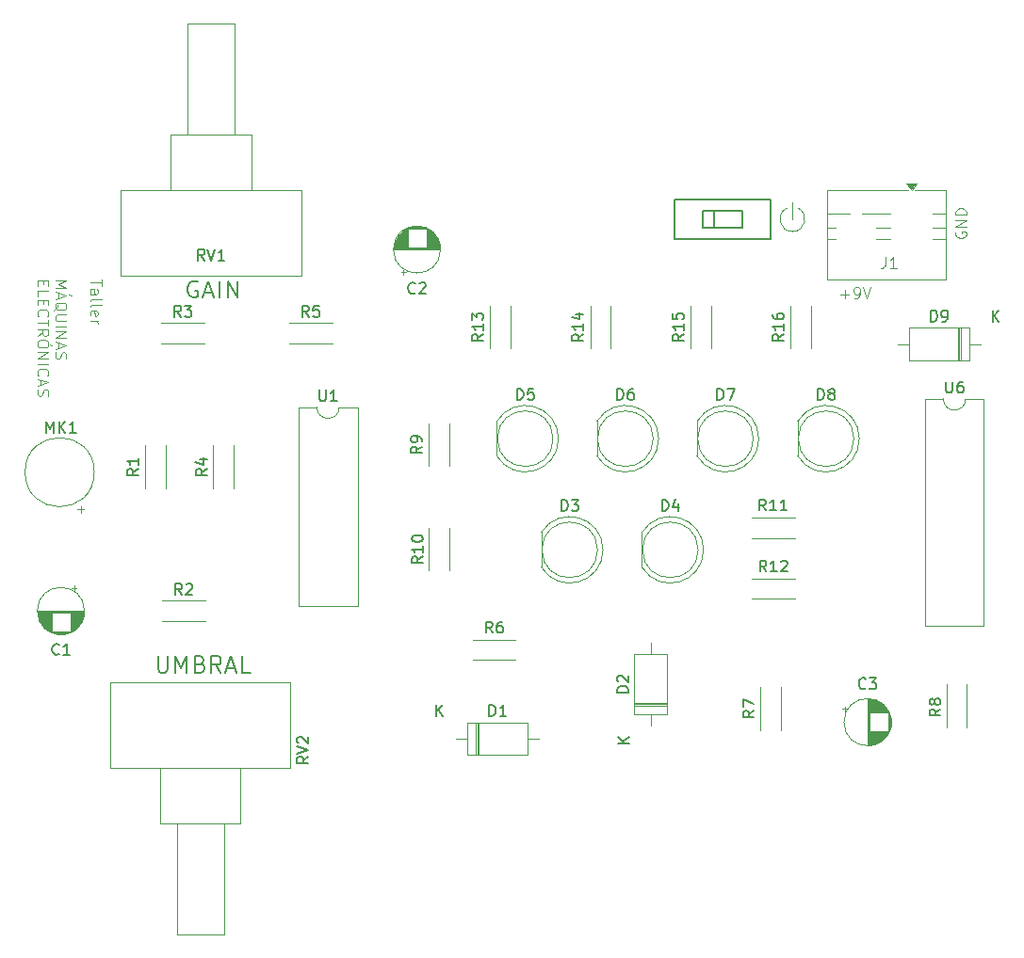
<source format=gbr>
%TF.GenerationSoftware,KiCad,Pcbnew,9.0.2*%
%TF.CreationDate,2025-06-20T15:17:41-04:00*%
%TF.ProjectId,proyecto_spectra,70726f79-6563-4746-9f5f-737065637472,rev?*%
%TF.SameCoordinates,Original*%
%TF.FileFunction,Legend,Top*%
%TF.FilePolarity,Positive*%
%FSLAX46Y46*%
G04 Gerber Fmt 4.6, Leading zero omitted, Abs format (unit mm)*
G04 Created by KiCad (PCBNEW 9.0.2) date 2025-06-20 15:17:41*
%MOMM*%
%LPD*%
G01*
G04 APERTURE LIST*
%ADD10C,0.187500*%
%ADD11C,0.100000*%
%ADD12C,0.150000*%
%ADD13C,0.120000*%
G04 APERTURE END LIST*
D10*
X64230497Y-93056678D02*
X64230497Y-94270964D01*
X64230497Y-94270964D02*
X64301926Y-94413821D01*
X64301926Y-94413821D02*
X64373355Y-94485250D01*
X64373355Y-94485250D02*
X64516212Y-94556678D01*
X64516212Y-94556678D02*
X64801926Y-94556678D01*
X64801926Y-94556678D02*
X64944783Y-94485250D01*
X64944783Y-94485250D02*
X65016212Y-94413821D01*
X65016212Y-94413821D02*
X65087640Y-94270964D01*
X65087640Y-94270964D02*
X65087640Y-93056678D01*
X65801926Y-94556678D02*
X65801926Y-93056678D01*
X65801926Y-93056678D02*
X66301926Y-94128107D01*
X66301926Y-94128107D02*
X66801926Y-93056678D01*
X66801926Y-93056678D02*
X66801926Y-94556678D01*
X68016212Y-93770964D02*
X68230498Y-93842392D01*
X68230498Y-93842392D02*
X68301927Y-93913821D01*
X68301927Y-93913821D02*
X68373355Y-94056678D01*
X68373355Y-94056678D02*
X68373355Y-94270964D01*
X68373355Y-94270964D02*
X68301927Y-94413821D01*
X68301927Y-94413821D02*
X68230498Y-94485250D01*
X68230498Y-94485250D02*
X68087641Y-94556678D01*
X68087641Y-94556678D02*
X67516212Y-94556678D01*
X67516212Y-94556678D02*
X67516212Y-93056678D01*
X67516212Y-93056678D02*
X68016212Y-93056678D01*
X68016212Y-93056678D02*
X68159070Y-93128107D01*
X68159070Y-93128107D02*
X68230498Y-93199535D01*
X68230498Y-93199535D02*
X68301927Y-93342392D01*
X68301927Y-93342392D02*
X68301927Y-93485250D01*
X68301927Y-93485250D02*
X68230498Y-93628107D01*
X68230498Y-93628107D02*
X68159070Y-93699535D01*
X68159070Y-93699535D02*
X68016212Y-93770964D01*
X68016212Y-93770964D02*
X67516212Y-93770964D01*
X69873355Y-94556678D02*
X69373355Y-93842392D01*
X69016212Y-94556678D02*
X69016212Y-93056678D01*
X69016212Y-93056678D02*
X69587641Y-93056678D01*
X69587641Y-93056678D02*
X69730498Y-93128107D01*
X69730498Y-93128107D02*
X69801927Y-93199535D01*
X69801927Y-93199535D02*
X69873355Y-93342392D01*
X69873355Y-93342392D02*
X69873355Y-93556678D01*
X69873355Y-93556678D02*
X69801927Y-93699535D01*
X69801927Y-93699535D02*
X69730498Y-93770964D01*
X69730498Y-93770964D02*
X69587641Y-93842392D01*
X69587641Y-93842392D02*
X69016212Y-93842392D01*
X70444784Y-94128107D02*
X71159070Y-94128107D01*
X70301927Y-94556678D02*
X70801927Y-93056678D01*
X70801927Y-93056678D02*
X71301927Y-94556678D01*
X72516212Y-94556678D02*
X71801926Y-94556678D01*
X71801926Y-94556678D02*
X71801926Y-93056678D01*
X67766212Y-59378107D02*
X67623355Y-59306678D01*
X67623355Y-59306678D02*
X67409069Y-59306678D01*
X67409069Y-59306678D02*
X67194783Y-59378107D01*
X67194783Y-59378107D02*
X67051926Y-59520964D01*
X67051926Y-59520964D02*
X66980497Y-59663821D01*
X66980497Y-59663821D02*
X66909069Y-59949535D01*
X66909069Y-59949535D02*
X66909069Y-60163821D01*
X66909069Y-60163821D02*
X66980497Y-60449535D01*
X66980497Y-60449535D02*
X67051926Y-60592392D01*
X67051926Y-60592392D02*
X67194783Y-60735250D01*
X67194783Y-60735250D02*
X67409069Y-60806678D01*
X67409069Y-60806678D02*
X67551926Y-60806678D01*
X67551926Y-60806678D02*
X67766212Y-60735250D01*
X67766212Y-60735250D02*
X67837640Y-60663821D01*
X67837640Y-60663821D02*
X67837640Y-60163821D01*
X67837640Y-60163821D02*
X67551926Y-60163821D01*
X68409069Y-60378107D02*
X69123355Y-60378107D01*
X68266212Y-60806678D02*
X68766212Y-59306678D01*
X68766212Y-59306678D02*
X69266212Y-60806678D01*
X69766211Y-60806678D02*
X69766211Y-59306678D01*
X70480497Y-60806678D02*
X70480497Y-59306678D01*
X70480497Y-59306678D02*
X71337640Y-60806678D01*
X71337640Y-60806678D02*
X71337640Y-59306678D01*
D11*
X121250000Y-53750000D02*
X121250000Y-52250000D01*
X121750000Y-52750000D02*
G75*
G02*
X120750000Y-52750000I-500000J-1000000D01*
G01*
X54987524Y-59303884D02*
X55987524Y-59303884D01*
X55987524Y-59303884D02*
X55273239Y-59637217D01*
X55273239Y-59637217D02*
X55987524Y-59970550D01*
X55987524Y-59970550D02*
X54987524Y-59970550D01*
X55273239Y-60399122D02*
X55273239Y-60875312D01*
X54987524Y-60303884D02*
X55987524Y-60637217D01*
X55987524Y-60637217D02*
X54987524Y-60970550D01*
X54892286Y-61970550D02*
X54939905Y-61875312D01*
X54939905Y-61875312D02*
X55035144Y-61780074D01*
X55035144Y-61780074D02*
X55178001Y-61637217D01*
X55178001Y-61637217D02*
X55225620Y-61541979D01*
X55225620Y-61541979D02*
X55225620Y-61446741D01*
X54987524Y-61494360D02*
X55035144Y-61399122D01*
X55035144Y-61399122D02*
X55130382Y-61303884D01*
X55130382Y-61303884D02*
X55320858Y-61256265D01*
X55320858Y-61256265D02*
X55654191Y-61256265D01*
X55654191Y-61256265D02*
X55844667Y-61303884D01*
X55844667Y-61303884D02*
X55939905Y-61399122D01*
X55939905Y-61399122D02*
X55987524Y-61494360D01*
X55987524Y-61494360D02*
X55987524Y-61684836D01*
X55987524Y-61684836D02*
X55939905Y-61780074D01*
X55939905Y-61780074D02*
X55844667Y-61875312D01*
X55844667Y-61875312D02*
X55654191Y-61922931D01*
X55654191Y-61922931D02*
X55320858Y-61922931D01*
X55320858Y-61922931D02*
X55130382Y-61875312D01*
X55130382Y-61875312D02*
X55035144Y-61780074D01*
X55035144Y-61780074D02*
X54987524Y-61684836D01*
X54987524Y-61684836D02*
X54987524Y-61494360D01*
X55987524Y-62351503D02*
X55178001Y-62351503D01*
X55178001Y-62351503D02*
X55082763Y-62399122D01*
X55082763Y-62399122D02*
X55035144Y-62446741D01*
X55035144Y-62446741D02*
X54987524Y-62541979D01*
X54987524Y-62541979D02*
X54987524Y-62732455D01*
X54987524Y-62732455D02*
X55035144Y-62827693D01*
X55035144Y-62827693D02*
X55082763Y-62875312D01*
X55082763Y-62875312D02*
X55178001Y-62922931D01*
X55178001Y-62922931D02*
X55987524Y-62922931D01*
X54987524Y-63399122D02*
X55987524Y-63399122D01*
X54987524Y-63875312D02*
X55987524Y-63875312D01*
X55987524Y-63875312D02*
X54987524Y-64446740D01*
X54987524Y-64446740D02*
X55987524Y-64446740D01*
X55273239Y-64875312D02*
X55273239Y-65351502D01*
X54987524Y-64780074D02*
X55987524Y-65113407D01*
X55987524Y-65113407D02*
X54987524Y-65446740D01*
X55035144Y-65732455D02*
X54987524Y-65875312D01*
X54987524Y-65875312D02*
X54987524Y-66113407D01*
X54987524Y-66113407D02*
X55035144Y-66208645D01*
X55035144Y-66208645D02*
X55082763Y-66256264D01*
X55082763Y-66256264D02*
X55178001Y-66303883D01*
X55178001Y-66303883D02*
X55273239Y-66303883D01*
X55273239Y-66303883D02*
X55368477Y-66256264D01*
X55368477Y-66256264D02*
X55416096Y-66208645D01*
X55416096Y-66208645D02*
X55463715Y-66113407D01*
X55463715Y-66113407D02*
X55511334Y-65922931D01*
X55511334Y-65922931D02*
X55558953Y-65827693D01*
X55558953Y-65827693D02*
X55606572Y-65780074D01*
X55606572Y-65780074D02*
X55701810Y-65732455D01*
X55701810Y-65732455D02*
X55797048Y-65732455D01*
X55797048Y-65732455D02*
X55892286Y-65780074D01*
X55892286Y-65780074D02*
X55939905Y-65827693D01*
X55939905Y-65827693D02*
X55987524Y-65922931D01*
X55987524Y-65922931D02*
X55987524Y-66161026D01*
X55987524Y-66161026D02*
X55939905Y-66303883D01*
X53901390Y-59303884D02*
X53901390Y-59637217D01*
X53377580Y-59780074D02*
X53377580Y-59303884D01*
X53377580Y-59303884D02*
X54377580Y-59303884D01*
X54377580Y-59303884D02*
X54377580Y-59780074D01*
X53377580Y-60684836D02*
X53377580Y-60208646D01*
X53377580Y-60208646D02*
X54377580Y-60208646D01*
X53901390Y-61018170D02*
X53901390Y-61351503D01*
X53377580Y-61494360D02*
X53377580Y-61018170D01*
X53377580Y-61018170D02*
X54377580Y-61018170D01*
X54377580Y-61018170D02*
X54377580Y-61494360D01*
X53472819Y-62494360D02*
X53425200Y-62446741D01*
X53425200Y-62446741D02*
X53377580Y-62303884D01*
X53377580Y-62303884D02*
X53377580Y-62208646D01*
X53377580Y-62208646D02*
X53425200Y-62065789D01*
X53425200Y-62065789D02*
X53520438Y-61970551D01*
X53520438Y-61970551D02*
X53615676Y-61922932D01*
X53615676Y-61922932D02*
X53806152Y-61875313D01*
X53806152Y-61875313D02*
X53949009Y-61875313D01*
X53949009Y-61875313D02*
X54139485Y-61922932D01*
X54139485Y-61922932D02*
X54234723Y-61970551D01*
X54234723Y-61970551D02*
X54329961Y-62065789D01*
X54329961Y-62065789D02*
X54377580Y-62208646D01*
X54377580Y-62208646D02*
X54377580Y-62303884D01*
X54377580Y-62303884D02*
X54329961Y-62446741D01*
X54329961Y-62446741D02*
X54282342Y-62494360D01*
X54377580Y-62780075D02*
X54377580Y-63351503D01*
X53377580Y-63065789D02*
X54377580Y-63065789D01*
X53377580Y-64256265D02*
X53853771Y-63922932D01*
X53377580Y-63684837D02*
X54377580Y-63684837D01*
X54377580Y-63684837D02*
X54377580Y-64065789D01*
X54377580Y-64065789D02*
X54329961Y-64161027D01*
X54329961Y-64161027D02*
X54282342Y-64208646D01*
X54282342Y-64208646D02*
X54187104Y-64256265D01*
X54187104Y-64256265D02*
X54044247Y-64256265D01*
X54044247Y-64256265D02*
X53949009Y-64208646D01*
X53949009Y-64208646D02*
X53901390Y-64161027D01*
X53901390Y-64161027D02*
X53853771Y-64065789D01*
X53853771Y-64065789D02*
X53853771Y-63684837D01*
X54377580Y-64875313D02*
X54377580Y-65065789D01*
X54377580Y-65065789D02*
X54329961Y-65161027D01*
X54329961Y-65161027D02*
X54234723Y-65256265D01*
X54234723Y-65256265D02*
X54044247Y-65303884D01*
X54044247Y-65303884D02*
X53710914Y-65303884D01*
X53710914Y-65303884D02*
X53520438Y-65256265D01*
X53520438Y-65256265D02*
X53425200Y-65161027D01*
X53425200Y-65161027D02*
X53377580Y-65065789D01*
X53377580Y-65065789D02*
X53377580Y-64875313D01*
X53377580Y-64875313D02*
X53425200Y-64780075D01*
X53425200Y-64780075D02*
X53520438Y-64684837D01*
X53520438Y-64684837D02*
X53710914Y-64637218D01*
X53710914Y-64637218D02*
X54044247Y-64637218D01*
X54044247Y-64637218D02*
X54234723Y-64684837D01*
X54234723Y-64684837D02*
X54329961Y-64780075D01*
X54329961Y-64780075D02*
X54377580Y-64875313D01*
X53377580Y-65732456D02*
X54377580Y-65732456D01*
X54377580Y-65732456D02*
X53377580Y-66303884D01*
X53377580Y-66303884D02*
X54377580Y-66303884D01*
X53377580Y-66780075D02*
X54377580Y-66780075D01*
X53472819Y-67827693D02*
X53425200Y-67780074D01*
X53425200Y-67780074D02*
X53377580Y-67637217D01*
X53377580Y-67637217D02*
X53377580Y-67541979D01*
X53377580Y-67541979D02*
X53425200Y-67399122D01*
X53425200Y-67399122D02*
X53520438Y-67303884D01*
X53520438Y-67303884D02*
X53615676Y-67256265D01*
X53615676Y-67256265D02*
X53806152Y-67208646D01*
X53806152Y-67208646D02*
X53949009Y-67208646D01*
X53949009Y-67208646D02*
X54139485Y-67256265D01*
X54139485Y-67256265D02*
X54234723Y-67303884D01*
X54234723Y-67303884D02*
X54329961Y-67399122D01*
X54329961Y-67399122D02*
X54377580Y-67541979D01*
X54377580Y-67541979D02*
X54377580Y-67637217D01*
X54377580Y-67637217D02*
X54329961Y-67780074D01*
X54329961Y-67780074D02*
X54282342Y-67827693D01*
X53663295Y-68208646D02*
X53663295Y-68684836D01*
X53377580Y-68113408D02*
X54377580Y-68446741D01*
X54377580Y-68446741D02*
X53377580Y-68780074D01*
X53425200Y-69065789D02*
X53377580Y-69208646D01*
X53377580Y-69208646D02*
X53377580Y-69446741D01*
X53377580Y-69446741D02*
X53425200Y-69541979D01*
X53425200Y-69541979D02*
X53472819Y-69589598D01*
X53472819Y-69589598D02*
X53568057Y-69637217D01*
X53568057Y-69637217D02*
X53663295Y-69637217D01*
X53663295Y-69637217D02*
X53758533Y-69589598D01*
X53758533Y-69589598D02*
X53806152Y-69541979D01*
X53806152Y-69541979D02*
X53853771Y-69446741D01*
X53853771Y-69446741D02*
X53901390Y-69256265D01*
X53901390Y-69256265D02*
X53949009Y-69161027D01*
X53949009Y-69161027D02*
X53996628Y-69113408D01*
X53996628Y-69113408D02*
X54091866Y-69065789D01*
X54091866Y-69065789D02*
X54187104Y-69065789D01*
X54187104Y-69065789D02*
X54282342Y-69113408D01*
X54282342Y-69113408D02*
X54329961Y-69161027D01*
X54329961Y-69161027D02*
X54377580Y-69256265D01*
X54377580Y-69256265D02*
X54377580Y-69494360D01*
X54377580Y-69494360D02*
X54329961Y-69637217D01*
X135920038Y-54872306D02*
X135872419Y-54967544D01*
X135872419Y-54967544D02*
X135872419Y-55110401D01*
X135872419Y-55110401D02*
X135920038Y-55253258D01*
X135920038Y-55253258D02*
X136015276Y-55348496D01*
X136015276Y-55348496D02*
X136110514Y-55396115D01*
X136110514Y-55396115D02*
X136300990Y-55443734D01*
X136300990Y-55443734D02*
X136443847Y-55443734D01*
X136443847Y-55443734D02*
X136634323Y-55396115D01*
X136634323Y-55396115D02*
X136729561Y-55348496D01*
X136729561Y-55348496D02*
X136824800Y-55253258D01*
X136824800Y-55253258D02*
X136872419Y-55110401D01*
X136872419Y-55110401D02*
X136872419Y-55015163D01*
X136872419Y-55015163D02*
X136824800Y-54872306D01*
X136824800Y-54872306D02*
X136777180Y-54824687D01*
X136777180Y-54824687D02*
X136443847Y-54824687D01*
X136443847Y-54824687D02*
X136443847Y-55015163D01*
X136872419Y-54396115D02*
X135872419Y-54396115D01*
X135872419Y-54396115D02*
X136872419Y-53824687D01*
X136872419Y-53824687D02*
X135872419Y-53824687D01*
X136872419Y-53348496D02*
X135872419Y-53348496D01*
X135872419Y-53348496D02*
X135872419Y-53110401D01*
X135872419Y-53110401D02*
X135920038Y-52967544D01*
X135920038Y-52967544D02*
X136015276Y-52872306D01*
X136015276Y-52872306D02*
X136110514Y-52824687D01*
X136110514Y-52824687D02*
X136300990Y-52777068D01*
X136300990Y-52777068D02*
X136443847Y-52777068D01*
X136443847Y-52777068D02*
X136634323Y-52824687D01*
X136634323Y-52824687D02*
X136729561Y-52872306D01*
X136729561Y-52872306D02*
X136824800Y-52967544D01*
X136824800Y-52967544D02*
X136872419Y-53110401D01*
X136872419Y-53110401D02*
X136872419Y-53348496D01*
X129589598Y-57122419D02*
X129589598Y-57836704D01*
X129589598Y-57836704D02*
X129541979Y-57979561D01*
X129541979Y-57979561D02*
X129446741Y-58074800D01*
X129446741Y-58074800D02*
X129303884Y-58122419D01*
X129303884Y-58122419D02*
X129208646Y-58122419D01*
X130589598Y-58122419D02*
X130018170Y-58122419D01*
X130303884Y-58122419D02*
X130303884Y-57122419D01*
X130303884Y-57122419D02*
X130208646Y-57265276D01*
X130208646Y-57265276D02*
X130113408Y-57360514D01*
X130113408Y-57360514D02*
X130018170Y-57408133D01*
X125553884Y-60491466D02*
X126315789Y-60491466D01*
X125934836Y-60872419D02*
X125934836Y-60110514D01*
X126839598Y-60872419D02*
X127030074Y-60872419D01*
X127030074Y-60872419D02*
X127125312Y-60824800D01*
X127125312Y-60824800D02*
X127172931Y-60777180D01*
X127172931Y-60777180D02*
X127268169Y-60634323D01*
X127268169Y-60634323D02*
X127315788Y-60443847D01*
X127315788Y-60443847D02*
X127315788Y-60062895D01*
X127315788Y-60062895D02*
X127268169Y-59967657D01*
X127268169Y-59967657D02*
X127220550Y-59920038D01*
X127220550Y-59920038D02*
X127125312Y-59872419D01*
X127125312Y-59872419D02*
X126934836Y-59872419D01*
X126934836Y-59872419D02*
X126839598Y-59920038D01*
X126839598Y-59920038D02*
X126791979Y-59967657D01*
X126791979Y-59967657D02*
X126744360Y-60062895D01*
X126744360Y-60062895D02*
X126744360Y-60300990D01*
X126744360Y-60300990D02*
X126791979Y-60396228D01*
X126791979Y-60396228D02*
X126839598Y-60443847D01*
X126839598Y-60443847D02*
X126934836Y-60491466D01*
X126934836Y-60491466D02*
X127125312Y-60491466D01*
X127125312Y-60491466D02*
X127220550Y-60443847D01*
X127220550Y-60443847D02*
X127268169Y-60396228D01*
X127268169Y-60396228D02*
X127315788Y-60300990D01*
X127601503Y-59872419D02*
X127934836Y-60872419D01*
X127934836Y-60872419D02*
X128268169Y-59872419D01*
X56425200Y-60601503D02*
X56377580Y-60601503D01*
X56377580Y-60601503D02*
X56282342Y-60553884D01*
X56282342Y-60553884D02*
X56234723Y-60506265D01*
X59127580Y-59161027D02*
X59127580Y-59732455D01*
X58127580Y-59446741D02*
X59127580Y-59446741D01*
X58127580Y-60494360D02*
X58651390Y-60494360D01*
X58651390Y-60494360D02*
X58746628Y-60446741D01*
X58746628Y-60446741D02*
X58794247Y-60351503D01*
X58794247Y-60351503D02*
X58794247Y-60161027D01*
X58794247Y-60161027D02*
X58746628Y-60065789D01*
X58175200Y-60494360D02*
X58127580Y-60399122D01*
X58127580Y-60399122D02*
X58127580Y-60161027D01*
X58127580Y-60161027D02*
X58175200Y-60065789D01*
X58175200Y-60065789D02*
X58270438Y-60018170D01*
X58270438Y-60018170D02*
X58365676Y-60018170D01*
X58365676Y-60018170D02*
X58460914Y-60065789D01*
X58460914Y-60065789D02*
X58508533Y-60161027D01*
X58508533Y-60161027D02*
X58508533Y-60399122D01*
X58508533Y-60399122D02*
X58556152Y-60494360D01*
X58127580Y-61113408D02*
X58175200Y-61018170D01*
X58175200Y-61018170D02*
X58270438Y-60970551D01*
X58270438Y-60970551D02*
X59127580Y-60970551D01*
X58127580Y-61637218D02*
X58175200Y-61541980D01*
X58175200Y-61541980D02*
X58270438Y-61494361D01*
X58270438Y-61494361D02*
X59127580Y-61494361D01*
X58175200Y-62399123D02*
X58127580Y-62303885D01*
X58127580Y-62303885D02*
X58127580Y-62113409D01*
X58127580Y-62113409D02*
X58175200Y-62018171D01*
X58175200Y-62018171D02*
X58270438Y-61970552D01*
X58270438Y-61970552D02*
X58651390Y-61970552D01*
X58651390Y-61970552D02*
X58746628Y-62018171D01*
X58746628Y-62018171D02*
X58794247Y-62113409D01*
X58794247Y-62113409D02*
X58794247Y-62303885D01*
X58794247Y-62303885D02*
X58746628Y-62399123D01*
X58746628Y-62399123D02*
X58651390Y-62446742D01*
X58651390Y-62446742D02*
X58556152Y-62446742D01*
X58556152Y-62446742D02*
X58460914Y-61970552D01*
X58127580Y-62875314D02*
X58794247Y-62875314D01*
X58603771Y-62875314D02*
X58699009Y-62922933D01*
X58699009Y-62922933D02*
X58746628Y-62970552D01*
X58746628Y-62970552D02*
X58794247Y-63065790D01*
X58794247Y-63065790D02*
X58794247Y-63161028D01*
X54675200Y-65101503D02*
X54627580Y-65101503D01*
X54627580Y-65101503D02*
X54532342Y-65053884D01*
X54532342Y-65053884D02*
X54484723Y-65006265D01*
D12*
X134549819Y-97833666D02*
X134073628Y-98166999D01*
X134549819Y-98405094D02*
X133549819Y-98405094D01*
X133549819Y-98405094D02*
X133549819Y-98024142D01*
X133549819Y-98024142D02*
X133597438Y-97928904D01*
X133597438Y-97928904D02*
X133645057Y-97881285D01*
X133645057Y-97881285D02*
X133740295Y-97833666D01*
X133740295Y-97833666D02*
X133883152Y-97833666D01*
X133883152Y-97833666D02*
X133978390Y-97881285D01*
X133978390Y-97881285D02*
X134026009Y-97928904D01*
X134026009Y-97928904D02*
X134073628Y-98024142D01*
X134073628Y-98024142D02*
X134073628Y-98405094D01*
X133978390Y-97262237D02*
X133930771Y-97357475D01*
X133930771Y-97357475D02*
X133883152Y-97405094D01*
X133883152Y-97405094D02*
X133787914Y-97452713D01*
X133787914Y-97452713D02*
X133740295Y-97452713D01*
X133740295Y-97452713D02*
X133645057Y-97405094D01*
X133645057Y-97405094D02*
X133597438Y-97357475D01*
X133597438Y-97357475D02*
X133549819Y-97262237D01*
X133549819Y-97262237D02*
X133549819Y-97071761D01*
X133549819Y-97071761D02*
X133597438Y-96976523D01*
X133597438Y-96976523D02*
X133645057Y-96928904D01*
X133645057Y-96928904D02*
X133740295Y-96881285D01*
X133740295Y-96881285D02*
X133787914Y-96881285D01*
X133787914Y-96881285D02*
X133883152Y-96928904D01*
X133883152Y-96928904D02*
X133930771Y-96976523D01*
X133930771Y-96976523D02*
X133978390Y-97071761D01*
X133978390Y-97071761D02*
X133978390Y-97262237D01*
X133978390Y-97262237D02*
X134026009Y-97357475D01*
X134026009Y-97357475D02*
X134073628Y-97405094D01*
X134073628Y-97405094D02*
X134168866Y-97452713D01*
X134168866Y-97452713D02*
X134359342Y-97452713D01*
X134359342Y-97452713D02*
X134454580Y-97405094D01*
X134454580Y-97405094D02*
X134502200Y-97357475D01*
X134502200Y-97357475D02*
X134549819Y-97262237D01*
X134549819Y-97262237D02*
X134549819Y-97071761D01*
X134549819Y-97071761D02*
X134502200Y-96976523D01*
X134502200Y-96976523D02*
X134454580Y-96928904D01*
X134454580Y-96928904D02*
X134359342Y-96881285D01*
X134359342Y-96881285D02*
X134168866Y-96881285D01*
X134168866Y-96881285D02*
X134073628Y-96928904D01*
X134073628Y-96928904D02*
X134026009Y-96976523D01*
X134026009Y-96976523D02*
X133978390Y-97071761D01*
X100491905Y-79994819D02*
X100491905Y-78994819D01*
X100491905Y-78994819D02*
X100730000Y-78994819D01*
X100730000Y-78994819D02*
X100872857Y-79042438D01*
X100872857Y-79042438D02*
X100968095Y-79137676D01*
X100968095Y-79137676D02*
X101015714Y-79232914D01*
X101015714Y-79232914D02*
X101063333Y-79423390D01*
X101063333Y-79423390D02*
X101063333Y-79566247D01*
X101063333Y-79566247D02*
X101015714Y-79756723D01*
X101015714Y-79756723D02*
X100968095Y-79851961D01*
X100968095Y-79851961D02*
X100872857Y-79947200D01*
X100872857Y-79947200D02*
X100730000Y-79994819D01*
X100730000Y-79994819D02*
X100491905Y-79994819D01*
X101396667Y-78994819D02*
X102015714Y-78994819D01*
X102015714Y-78994819D02*
X101682381Y-79375771D01*
X101682381Y-79375771D02*
X101825238Y-79375771D01*
X101825238Y-79375771D02*
X101920476Y-79423390D01*
X101920476Y-79423390D02*
X101968095Y-79471009D01*
X101968095Y-79471009D02*
X102015714Y-79566247D01*
X102015714Y-79566247D02*
X102015714Y-79804342D01*
X102015714Y-79804342D02*
X101968095Y-79899580D01*
X101968095Y-79899580D02*
X101920476Y-79947200D01*
X101920476Y-79947200D02*
X101825238Y-79994819D01*
X101825238Y-79994819D02*
X101539524Y-79994819D01*
X101539524Y-79994819D02*
X101444286Y-79947200D01*
X101444286Y-79947200D02*
X101396667Y-79899580D01*
X87333333Y-60359580D02*
X87285714Y-60407200D01*
X87285714Y-60407200D02*
X87142857Y-60454819D01*
X87142857Y-60454819D02*
X87047619Y-60454819D01*
X87047619Y-60454819D02*
X86904762Y-60407200D01*
X86904762Y-60407200D02*
X86809524Y-60311961D01*
X86809524Y-60311961D02*
X86761905Y-60216723D01*
X86761905Y-60216723D02*
X86714286Y-60026247D01*
X86714286Y-60026247D02*
X86714286Y-59883390D01*
X86714286Y-59883390D02*
X86761905Y-59692914D01*
X86761905Y-59692914D02*
X86809524Y-59597676D01*
X86809524Y-59597676D02*
X86904762Y-59502438D01*
X86904762Y-59502438D02*
X87047619Y-59454819D01*
X87047619Y-59454819D02*
X87142857Y-59454819D01*
X87142857Y-59454819D02*
X87285714Y-59502438D01*
X87285714Y-59502438D02*
X87333333Y-59550057D01*
X87714286Y-59550057D02*
X87761905Y-59502438D01*
X87761905Y-59502438D02*
X87857143Y-59454819D01*
X87857143Y-59454819D02*
X88095238Y-59454819D01*
X88095238Y-59454819D02*
X88190476Y-59502438D01*
X88190476Y-59502438D02*
X88238095Y-59550057D01*
X88238095Y-59550057D02*
X88285714Y-59645295D01*
X88285714Y-59645295D02*
X88285714Y-59740533D01*
X88285714Y-59740533D02*
X88238095Y-59883390D01*
X88238095Y-59883390D02*
X87666667Y-60454819D01*
X87666667Y-60454819D02*
X88285714Y-60454819D01*
X111454819Y-64102857D02*
X110978628Y-64436190D01*
X111454819Y-64674285D02*
X110454819Y-64674285D01*
X110454819Y-64674285D02*
X110454819Y-64293333D01*
X110454819Y-64293333D02*
X110502438Y-64198095D01*
X110502438Y-64198095D02*
X110550057Y-64150476D01*
X110550057Y-64150476D02*
X110645295Y-64102857D01*
X110645295Y-64102857D02*
X110788152Y-64102857D01*
X110788152Y-64102857D02*
X110883390Y-64150476D01*
X110883390Y-64150476D02*
X110931009Y-64198095D01*
X110931009Y-64198095D02*
X110978628Y-64293333D01*
X110978628Y-64293333D02*
X110978628Y-64674285D01*
X111454819Y-63150476D02*
X111454819Y-63721904D01*
X111454819Y-63436190D02*
X110454819Y-63436190D01*
X110454819Y-63436190D02*
X110597676Y-63531428D01*
X110597676Y-63531428D02*
X110692914Y-63626666D01*
X110692914Y-63626666D02*
X110740533Y-63721904D01*
X110454819Y-62245714D02*
X110454819Y-62721904D01*
X110454819Y-62721904D02*
X110931009Y-62769523D01*
X110931009Y-62769523D02*
X110883390Y-62721904D01*
X110883390Y-62721904D02*
X110835771Y-62626666D01*
X110835771Y-62626666D02*
X110835771Y-62388571D01*
X110835771Y-62388571D02*
X110883390Y-62293333D01*
X110883390Y-62293333D02*
X110931009Y-62245714D01*
X110931009Y-62245714D02*
X111026247Y-62198095D01*
X111026247Y-62198095D02*
X111264342Y-62198095D01*
X111264342Y-62198095D02*
X111359580Y-62245714D01*
X111359580Y-62245714D02*
X111407200Y-62293333D01*
X111407200Y-62293333D02*
X111454819Y-62388571D01*
X111454819Y-62388571D02*
X111454819Y-62626666D01*
X111454819Y-62626666D02*
X111407200Y-62721904D01*
X111407200Y-62721904D02*
X111359580Y-62769523D01*
X117787819Y-97956666D02*
X117311628Y-98289999D01*
X117787819Y-98528094D02*
X116787819Y-98528094D01*
X116787819Y-98528094D02*
X116787819Y-98147142D01*
X116787819Y-98147142D02*
X116835438Y-98051904D01*
X116835438Y-98051904D02*
X116883057Y-98004285D01*
X116883057Y-98004285D02*
X116978295Y-97956666D01*
X116978295Y-97956666D02*
X117121152Y-97956666D01*
X117121152Y-97956666D02*
X117216390Y-98004285D01*
X117216390Y-98004285D02*
X117264009Y-98051904D01*
X117264009Y-98051904D02*
X117311628Y-98147142D01*
X117311628Y-98147142D02*
X117311628Y-98528094D01*
X116787819Y-97623332D02*
X116787819Y-96956666D01*
X116787819Y-96956666D02*
X117787819Y-97385237D01*
X118897142Y-85454819D02*
X118563809Y-84978628D01*
X118325714Y-85454819D02*
X118325714Y-84454819D01*
X118325714Y-84454819D02*
X118706666Y-84454819D01*
X118706666Y-84454819D02*
X118801904Y-84502438D01*
X118801904Y-84502438D02*
X118849523Y-84550057D01*
X118849523Y-84550057D02*
X118897142Y-84645295D01*
X118897142Y-84645295D02*
X118897142Y-84788152D01*
X118897142Y-84788152D02*
X118849523Y-84883390D01*
X118849523Y-84883390D02*
X118801904Y-84931009D01*
X118801904Y-84931009D02*
X118706666Y-84978628D01*
X118706666Y-84978628D02*
X118325714Y-84978628D01*
X119849523Y-85454819D02*
X119278095Y-85454819D01*
X119563809Y-85454819D02*
X119563809Y-84454819D01*
X119563809Y-84454819D02*
X119468571Y-84597676D01*
X119468571Y-84597676D02*
X119373333Y-84692914D01*
X119373333Y-84692914D02*
X119278095Y-84740533D01*
X120230476Y-84550057D02*
X120278095Y-84502438D01*
X120278095Y-84502438D02*
X120373333Y-84454819D01*
X120373333Y-84454819D02*
X120611428Y-84454819D01*
X120611428Y-84454819D02*
X120706666Y-84502438D01*
X120706666Y-84502438D02*
X120754285Y-84550057D01*
X120754285Y-84550057D02*
X120801904Y-84645295D01*
X120801904Y-84645295D02*
X120801904Y-84740533D01*
X120801904Y-84740533D02*
X120754285Y-84883390D01*
X120754285Y-84883390D02*
X120182857Y-85454819D01*
X120182857Y-85454819D02*
X120801904Y-85454819D01*
X77793333Y-62534819D02*
X77460000Y-62058628D01*
X77221905Y-62534819D02*
X77221905Y-61534819D01*
X77221905Y-61534819D02*
X77602857Y-61534819D01*
X77602857Y-61534819D02*
X77698095Y-61582438D01*
X77698095Y-61582438D02*
X77745714Y-61630057D01*
X77745714Y-61630057D02*
X77793333Y-61725295D01*
X77793333Y-61725295D02*
X77793333Y-61868152D01*
X77793333Y-61868152D02*
X77745714Y-61963390D01*
X77745714Y-61963390D02*
X77698095Y-62011009D01*
X77698095Y-62011009D02*
X77602857Y-62058628D01*
X77602857Y-62058628D02*
X77221905Y-62058628D01*
X78698095Y-61534819D02*
X78221905Y-61534819D01*
X78221905Y-61534819D02*
X78174286Y-62011009D01*
X78174286Y-62011009D02*
X78221905Y-61963390D01*
X78221905Y-61963390D02*
X78317143Y-61915771D01*
X78317143Y-61915771D02*
X78555238Y-61915771D01*
X78555238Y-61915771D02*
X78650476Y-61963390D01*
X78650476Y-61963390D02*
X78698095Y-62011009D01*
X78698095Y-62011009D02*
X78745714Y-62106247D01*
X78745714Y-62106247D02*
X78745714Y-62344342D01*
X78745714Y-62344342D02*
X78698095Y-62439580D01*
X78698095Y-62439580D02*
X78650476Y-62487200D01*
X78650476Y-62487200D02*
X78555238Y-62534819D01*
X78555238Y-62534819D02*
X78317143Y-62534819D01*
X78317143Y-62534819D02*
X78221905Y-62487200D01*
X78221905Y-62487200D02*
X78174286Y-62439580D01*
X96491905Y-69994819D02*
X96491905Y-68994819D01*
X96491905Y-68994819D02*
X96730000Y-68994819D01*
X96730000Y-68994819D02*
X96872857Y-69042438D01*
X96872857Y-69042438D02*
X96968095Y-69137676D01*
X96968095Y-69137676D02*
X97015714Y-69232914D01*
X97015714Y-69232914D02*
X97063333Y-69423390D01*
X97063333Y-69423390D02*
X97063333Y-69566247D01*
X97063333Y-69566247D02*
X97015714Y-69756723D01*
X97015714Y-69756723D02*
X96968095Y-69851961D01*
X96968095Y-69851961D02*
X96872857Y-69947200D01*
X96872857Y-69947200D02*
X96730000Y-69994819D01*
X96730000Y-69994819D02*
X96491905Y-69994819D01*
X97968095Y-68994819D02*
X97491905Y-68994819D01*
X97491905Y-68994819D02*
X97444286Y-69471009D01*
X97444286Y-69471009D02*
X97491905Y-69423390D01*
X97491905Y-69423390D02*
X97587143Y-69375771D01*
X97587143Y-69375771D02*
X97825238Y-69375771D01*
X97825238Y-69375771D02*
X97920476Y-69423390D01*
X97920476Y-69423390D02*
X97968095Y-69471009D01*
X97968095Y-69471009D02*
X98015714Y-69566247D01*
X98015714Y-69566247D02*
X98015714Y-69804342D01*
X98015714Y-69804342D02*
X97968095Y-69899580D01*
X97968095Y-69899580D02*
X97920476Y-69947200D01*
X97920476Y-69947200D02*
X97825238Y-69994819D01*
X97825238Y-69994819D02*
X97587143Y-69994819D01*
X97587143Y-69994819D02*
X97491905Y-69947200D01*
X97491905Y-69947200D02*
X97444286Y-69899580D01*
X114491905Y-69994819D02*
X114491905Y-68994819D01*
X114491905Y-68994819D02*
X114730000Y-68994819D01*
X114730000Y-68994819D02*
X114872857Y-69042438D01*
X114872857Y-69042438D02*
X114968095Y-69137676D01*
X114968095Y-69137676D02*
X115015714Y-69232914D01*
X115015714Y-69232914D02*
X115063333Y-69423390D01*
X115063333Y-69423390D02*
X115063333Y-69566247D01*
X115063333Y-69566247D02*
X115015714Y-69756723D01*
X115015714Y-69756723D02*
X114968095Y-69851961D01*
X114968095Y-69851961D02*
X114872857Y-69947200D01*
X114872857Y-69947200D02*
X114730000Y-69994819D01*
X114730000Y-69994819D02*
X114491905Y-69994819D01*
X115396667Y-68994819D02*
X116063333Y-68994819D01*
X116063333Y-68994819D02*
X115634762Y-69994819D01*
X102454819Y-64102857D02*
X101978628Y-64436190D01*
X102454819Y-64674285D02*
X101454819Y-64674285D01*
X101454819Y-64674285D02*
X101454819Y-64293333D01*
X101454819Y-64293333D02*
X101502438Y-64198095D01*
X101502438Y-64198095D02*
X101550057Y-64150476D01*
X101550057Y-64150476D02*
X101645295Y-64102857D01*
X101645295Y-64102857D02*
X101788152Y-64102857D01*
X101788152Y-64102857D02*
X101883390Y-64150476D01*
X101883390Y-64150476D02*
X101931009Y-64198095D01*
X101931009Y-64198095D02*
X101978628Y-64293333D01*
X101978628Y-64293333D02*
X101978628Y-64674285D01*
X102454819Y-63150476D02*
X102454819Y-63721904D01*
X102454819Y-63436190D02*
X101454819Y-63436190D01*
X101454819Y-63436190D02*
X101597676Y-63531428D01*
X101597676Y-63531428D02*
X101692914Y-63626666D01*
X101692914Y-63626666D02*
X101740533Y-63721904D01*
X101788152Y-62293333D02*
X102454819Y-62293333D01*
X101407200Y-62531428D02*
X102121485Y-62769523D01*
X102121485Y-62769523D02*
X102121485Y-62150476D01*
X78745095Y-69124819D02*
X78745095Y-69934342D01*
X78745095Y-69934342D02*
X78792714Y-70029580D01*
X78792714Y-70029580D02*
X78840333Y-70077200D01*
X78840333Y-70077200D02*
X78935571Y-70124819D01*
X78935571Y-70124819D02*
X79126047Y-70124819D01*
X79126047Y-70124819D02*
X79221285Y-70077200D01*
X79221285Y-70077200D02*
X79268904Y-70029580D01*
X79268904Y-70029580D02*
X79316523Y-69934342D01*
X79316523Y-69934342D02*
X79316523Y-69124819D01*
X80316523Y-70124819D02*
X79745095Y-70124819D01*
X80030809Y-70124819D02*
X80030809Y-69124819D01*
X80030809Y-69124819D02*
X79935571Y-69267676D01*
X79935571Y-69267676D02*
X79840333Y-69362914D01*
X79840333Y-69362914D02*
X79745095Y-69410533D01*
X93454819Y-64102857D02*
X92978628Y-64436190D01*
X93454819Y-64674285D02*
X92454819Y-64674285D01*
X92454819Y-64674285D02*
X92454819Y-64293333D01*
X92454819Y-64293333D02*
X92502438Y-64198095D01*
X92502438Y-64198095D02*
X92550057Y-64150476D01*
X92550057Y-64150476D02*
X92645295Y-64102857D01*
X92645295Y-64102857D02*
X92788152Y-64102857D01*
X92788152Y-64102857D02*
X92883390Y-64150476D01*
X92883390Y-64150476D02*
X92931009Y-64198095D01*
X92931009Y-64198095D02*
X92978628Y-64293333D01*
X92978628Y-64293333D02*
X92978628Y-64674285D01*
X93454819Y-63150476D02*
X93454819Y-63721904D01*
X93454819Y-63436190D02*
X92454819Y-63436190D01*
X92454819Y-63436190D02*
X92597676Y-63531428D01*
X92597676Y-63531428D02*
X92692914Y-63626666D01*
X92692914Y-63626666D02*
X92740533Y-63721904D01*
X92454819Y-62817142D02*
X92454819Y-62198095D01*
X92454819Y-62198095D02*
X92835771Y-62531428D01*
X92835771Y-62531428D02*
X92835771Y-62388571D01*
X92835771Y-62388571D02*
X92883390Y-62293333D01*
X92883390Y-62293333D02*
X92931009Y-62245714D01*
X92931009Y-62245714D02*
X93026247Y-62198095D01*
X93026247Y-62198095D02*
X93264342Y-62198095D01*
X93264342Y-62198095D02*
X93359580Y-62245714D01*
X93359580Y-62245714D02*
X93407200Y-62293333D01*
X93407200Y-62293333D02*
X93454819Y-62388571D01*
X93454819Y-62388571D02*
X93454819Y-62674285D01*
X93454819Y-62674285D02*
X93407200Y-62769523D01*
X93407200Y-62769523D02*
X93359580Y-62817142D01*
X87954819Y-74206666D02*
X87478628Y-74539999D01*
X87954819Y-74778094D02*
X86954819Y-74778094D01*
X86954819Y-74778094D02*
X86954819Y-74397142D01*
X86954819Y-74397142D02*
X87002438Y-74301904D01*
X87002438Y-74301904D02*
X87050057Y-74254285D01*
X87050057Y-74254285D02*
X87145295Y-74206666D01*
X87145295Y-74206666D02*
X87288152Y-74206666D01*
X87288152Y-74206666D02*
X87383390Y-74254285D01*
X87383390Y-74254285D02*
X87431009Y-74301904D01*
X87431009Y-74301904D02*
X87478628Y-74397142D01*
X87478628Y-74397142D02*
X87478628Y-74778094D01*
X87954819Y-73730475D02*
X87954819Y-73539999D01*
X87954819Y-73539999D02*
X87907200Y-73444761D01*
X87907200Y-73444761D02*
X87859580Y-73397142D01*
X87859580Y-73397142D02*
X87716723Y-73301904D01*
X87716723Y-73301904D02*
X87526247Y-73254285D01*
X87526247Y-73254285D02*
X87145295Y-73254285D01*
X87145295Y-73254285D02*
X87050057Y-73301904D01*
X87050057Y-73301904D02*
X87002438Y-73349523D01*
X87002438Y-73349523D02*
X86954819Y-73444761D01*
X86954819Y-73444761D02*
X86954819Y-73635237D01*
X86954819Y-73635237D02*
X87002438Y-73730475D01*
X87002438Y-73730475D02*
X87050057Y-73778094D01*
X87050057Y-73778094D02*
X87145295Y-73825713D01*
X87145295Y-73825713D02*
X87383390Y-73825713D01*
X87383390Y-73825713D02*
X87478628Y-73778094D01*
X87478628Y-73778094D02*
X87526247Y-73730475D01*
X87526247Y-73730475D02*
X87573866Y-73635237D01*
X87573866Y-73635237D02*
X87573866Y-73444761D01*
X87573866Y-73444761D02*
X87526247Y-73349523D01*
X87526247Y-73349523D02*
X87478628Y-73301904D01*
X87478628Y-73301904D02*
X87383390Y-73254285D01*
X118857142Y-79954819D02*
X118523809Y-79478628D01*
X118285714Y-79954819D02*
X118285714Y-78954819D01*
X118285714Y-78954819D02*
X118666666Y-78954819D01*
X118666666Y-78954819D02*
X118761904Y-79002438D01*
X118761904Y-79002438D02*
X118809523Y-79050057D01*
X118809523Y-79050057D02*
X118857142Y-79145295D01*
X118857142Y-79145295D02*
X118857142Y-79288152D01*
X118857142Y-79288152D02*
X118809523Y-79383390D01*
X118809523Y-79383390D02*
X118761904Y-79431009D01*
X118761904Y-79431009D02*
X118666666Y-79478628D01*
X118666666Y-79478628D02*
X118285714Y-79478628D01*
X119809523Y-79954819D02*
X119238095Y-79954819D01*
X119523809Y-79954819D02*
X119523809Y-78954819D01*
X119523809Y-78954819D02*
X119428571Y-79097676D01*
X119428571Y-79097676D02*
X119333333Y-79192914D01*
X119333333Y-79192914D02*
X119238095Y-79240533D01*
X120761904Y-79954819D02*
X120190476Y-79954819D01*
X120476190Y-79954819D02*
X120476190Y-78954819D01*
X120476190Y-78954819D02*
X120380952Y-79097676D01*
X120380952Y-79097676D02*
X120285714Y-79192914D01*
X120285714Y-79192914D02*
X120190476Y-79240533D01*
X133681905Y-62954819D02*
X133681905Y-61954819D01*
X133681905Y-61954819D02*
X133920000Y-61954819D01*
X133920000Y-61954819D02*
X134062857Y-62002438D01*
X134062857Y-62002438D02*
X134158095Y-62097676D01*
X134158095Y-62097676D02*
X134205714Y-62192914D01*
X134205714Y-62192914D02*
X134253333Y-62383390D01*
X134253333Y-62383390D02*
X134253333Y-62526247D01*
X134253333Y-62526247D02*
X134205714Y-62716723D01*
X134205714Y-62716723D02*
X134158095Y-62811961D01*
X134158095Y-62811961D02*
X134062857Y-62907200D01*
X134062857Y-62907200D02*
X133920000Y-62954819D01*
X133920000Y-62954819D02*
X133681905Y-62954819D01*
X134729524Y-62954819D02*
X134920000Y-62954819D01*
X134920000Y-62954819D02*
X135015238Y-62907200D01*
X135015238Y-62907200D02*
X135062857Y-62859580D01*
X135062857Y-62859580D02*
X135158095Y-62716723D01*
X135158095Y-62716723D02*
X135205714Y-62526247D01*
X135205714Y-62526247D02*
X135205714Y-62145295D01*
X135205714Y-62145295D02*
X135158095Y-62050057D01*
X135158095Y-62050057D02*
X135110476Y-62002438D01*
X135110476Y-62002438D02*
X135015238Y-61954819D01*
X135015238Y-61954819D02*
X134824762Y-61954819D01*
X134824762Y-61954819D02*
X134729524Y-62002438D01*
X134729524Y-62002438D02*
X134681905Y-62050057D01*
X134681905Y-62050057D02*
X134634286Y-62145295D01*
X134634286Y-62145295D02*
X134634286Y-62383390D01*
X134634286Y-62383390D02*
X134681905Y-62478628D01*
X134681905Y-62478628D02*
X134729524Y-62526247D01*
X134729524Y-62526247D02*
X134824762Y-62573866D01*
X134824762Y-62573866D02*
X135015238Y-62573866D01*
X135015238Y-62573866D02*
X135110476Y-62526247D01*
X135110476Y-62526247D02*
X135158095Y-62478628D01*
X135158095Y-62478628D02*
X135205714Y-62383390D01*
X139238095Y-62954819D02*
X139238095Y-61954819D01*
X139809523Y-62954819D02*
X139380952Y-62383390D01*
X139809523Y-61954819D02*
X139238095Y-62526247D01*
X120454819Y-64102857D02*
X119978628Y-64436190D01*
X120454819Y-64674285D02*
X119454819Y-64674285D01*
X119454819Y-64674285D02*
X119454819Y-64293333D01*
X119454819Y-64293333D02*
X119502438Y-64198095D01*
X119502438Y-64198095D02*
X119550057Y-64150476D01*
X119550057Y-64150476D02*
X119645295Y-64102857D01*
X119645295Y-64102857D02*
X119788152Y-64102857D01*
X119788152Y-64102857D02*
X119883390Y-64150476D01*
X119883390Y-64150476D02*
X119931009Y-64198095D01*
X119931009Y-64198095D02*
X119978628Y-64293333D01*
X119978628Y-64293333D02*
X119978628Y-64674285D01*
X120454819Y-63150476D02*
X120454819Y-63721904D01*
X120454819Y-63436190D02*
X119454819Y-63436190D01*
X119454819Y-63436190D02*
X119597676Y-63531428D01*
X119597676Y-63531428D02*
X119692914Y-63626666D01*
X119692914Y-63626666D02*
X119740533Y-63721904D01*
X119454819Y-62293333D02*
X119454819Y-62483809D01*
X119454819Y-62483809D02*
X119502438Y-62579047D01*
X119502438Y-62579047D02*
X119550057Y-62626666D01*
X119550057Y-62626666D02*
X119692914Y-62721904D01*
X119692914Y-62721904D02*
X119883390Y-62769523D01*
X119883390Y-62769523D02*
X120264342Y-62769523D01*
X120264342Y-62769523D02*
X120359580Y-62721904D01*
X120359580Y-62721904D02*
X120407200Y-62674285D01*
X120407200Y-62674285D02*
X120454819Y-62579047D01*
X120454819Y-62579047D02*
X120454819Y-62388571D01*
X120454819Y-62388571D02*
X120407200Y-62293333D01*
X120407200Y-62293333D02*
X120359580Y-62245714D01*
X120359580Y-62245714D02*
X120264342Y-62198095D01*
X120264342Y-62198095D02*
X120026247Y-62198095D01*
X120026247Y-62198095D02*
X119931009Y-62245714D01*
X119931009Y-62245714D02*
X119883390Y-62293333D01*
X119883390Y-62293333D02*
X119835771Y-62388571D01*
X119835771Y-62388571D02*
X119835771Y-62579047D01*
X119835771Y-62579047D02*
X119883390Y-62674285D01*
X119883390Y-62674285D02*
X119931009Y-62721904D01*
X119931009Y-62721904D02*
X120026247Y-62769523D01*
X105491905Y-69994819D02*
X105491905Y-68994819D01*
X105491905Y-68994819D02*
X105730000Y-68994819D01*
X105730000Y-68994819D02*
X105872857Y-69042438D01*
X105872857Y-69042438D02*
X105968095Y-69137676D01*
X105968095Y-69137676D02*
X106015714Y-69232914D01*
X106015714Y-69232914D02*
X106063333Y-69423390D01*
X106063333Y-69423390D02*
X106063333Y-69566247D01*
X106063333Y-69566247D02*
X106015714Y-69756723D01*
X106015714Y-69756723D02*
X105968095Y-69851961D01*
X105968095Y-69851961D02*
X105872857Y-69947200D01*
X105872857Y-69947200D02*
X105730000Y-69994819D01*
X105730000Y-69994819D02*
X105491905Y-69994819D01*
X106920476Y-68994819D02*
X106730000Y-68994819D01*
X106730000Y-68994819D02*
X106634762Y-69042438D01*
X106634762Y-69042438D02*
X106587143Y-69090057D01*
X106587143Y-69090057D02*
X106491905Y-69232914D01*
X106491905Y-69232914D02*
X106444286Y-69423390D01*
X106444286Y-69423390D02*
X106444286Y-69804342D01*
X106444286Y-69804342D02*
X106491905Y-69899580D01*
X106491905Y-69899580D02*
X106539524Y-69947200D01*
X106539524Y-69947200D02*
X106634762Y-69994819D01*
X106634762Y-69994819D02*
X106825238Y-69994819D01*
X106825238Y-69994819D02*
X106920476Y-69947200D01*
X106920476Y-69947200D02*
X106968095Y-69899580D01*
X106968095Y-69899580D02*
X107015714Y-69804342D01*
X107015714Y-69804342D02*
X107015714Y-69566247D01*
X107015714Y-69566247D02*
X106968095Y-69471009D01*
X106968095Y-69471009D02*
X106920476Y-69423390D01*
X106920476Y-69423390D02*
X106825238Y-69375771D01*
X106825238Y-69375771D02*
X106634762Y-69375771D01*
X106634762Y-69375771D02*
X106539524Y-69423390D01*
X106539524Y-69423390D02*
X106491905Y-69471009D01*
X106491905Y-69471009D02*
X106444286Y-69566247D01*
X77729819Y-102095238D02*
X77253628Y-102428571D01*
X77729819Y-102666666D02*
X76729819Y-102666666D01*
X76729819Y-102666666D02*
X76729819Y-102285714D01*
X76729819Y-102285714D02*
X76777438Y-102190476D01*
X76777438Y-102190476D02*
X76825057Y-102142857D01*
X76825057Y-102142857D02*
X76920295Y-102095238D01*
X76920295Y-102095238D02*
X77063152Y-102095238D01*
X77063152Y-102095238D02*
X77158390Y-102142857D01*
X77158390Y-102142857D02*
X77206009Y-102190476D01*
X77206009Y-102190476D02*
X77253628Y-102285714D01*
X77253628Y-102285714D02*
X77253628Y-102666666D01*
X76729819Y-101809523D02*
X77729819Y-101476190D01*
X77729819Y-101476190D02*
X76729819Y-101142857D01*
X76825057Y-100857142D02*
X76777438Y-100809523D01*
X76777438Y-100809523D02*
X76729819Y-100714285D01*
X76729819Y-100714285D02*
X76729819Y-100476190D01*
X76729819Y-100476190D02*
X76777438Y-100380952D01*
X76777438Y-100380952D02*
X76825057Y-100333333D01*
X76825057Y-100333333D02*
X76920295Y-100285714D01*
X76920295Y-100285714D02*
X77015533Y-100285714D01*
X77015533Y-100285714D02*
X77158390Y-100333333D01*
X77158390Y-100333333D02*
X77729819Y-100904761D01*
X77729819Y-100904761D02*
X77729819Y-100285714D01*
X54190476Y-72954819D02*
X54190476Y-71954819D01*
X54190476Y-71954819D02*
X54523809Y-72669104D01*
X54523809Y-72669104D02*
X54857142Y-71954819D01*
X54857142Y-71954819D02*
X54857142Y-72954819D01*
X55333333Y-72954819D02*
X55333333Y-71954819D01*
X55904761Y-72954819D02*
X55476190Y-72383390D01*
X55904761Y-71954819D02*
X55333333Y-72526247D01*
X56857142Y-72954819D02*
X56285714Y-72954819D01*
X56571428Y-72954819D02*
X56571428Y-71954819D01*
X56571428Y-71954819D02*
X56476190Y-72097676D01*
X56476190Y-72097676D02*
X56380952Y-72192914D01*
X56380952Y-72192914D02*
X56285714Y-72240533D01*
X66293333Y-62534819D02*
X65960000Y-62058628D01*
X65721905Y-62534819D02*
X65721905Y-61534819D01*
X65721905Y-61534819D02*
X66102857Y-61534819D01*
X66102857Y-61534819D02*
X66198095Y-61582438D01*
X66198095Y-61582438D02*
X66245714Y-61630057D01*
X66245714Y-61630057D02*
X66293333Y-61725295D01*
X66293333Y-61725295D02*
X66293333Y-61868152D01*
X66293333Y-61868152D02*
X66245714Y-61963390D01*
X66245714Y-61963390D02*
X66198095Y-62011009D01*
X66198095Y-62011009D02*
X66102857Y-62058628D01*
X66102857Y-62058628D02*
X65721905Y-62058628D01*
X66626667Y-61534819D02*
X67245714Y-61534819D01*
X67245714Y-61534819D02*
X66912381Y-61915771D01*
X66912381Y-61915771D02*
X67055238Y-61915771D01*
X67055238Y-61915771D02*
X67150476Y-61963390D01*
X67150476Y-61963390D02*
X67198095Y-62011009D01*
X67198095Y-62011009D02*
X67245714Y-62106247D01*
X67245714Y-62106247D02*
X67245714Y-62344342D01*
X67245714Y-62344342D02*
X67198095Y-62439580D01*
X67198095Y-62439580D02*
X67150476Y-62487200D01*
X67150476Y-62487200D02*
X67055238Y-62534819D01*
X67055238Y-62534819D02*
X66769524Y-62534819D01*
X66769524Y-62534819D02*
X66674286Y-62487200D01*
X66674286Y-62487200D02*
X66626667Y-62439580D01*
X88034819Y-84102857D02*
X87558628Y-84436190D01*
X88034819Y-84674285D02*
X87034819Y-84674285D01*
X87034819Y-84674285D02*
X87034819Y-84293333D01*
X87034819Y-84293333D02*
X87082438Y-84198095D01*
X87082438Y-84198095D02*
X87130057Y-84150476D01*
X87130057Y-84150476D02*
X87225295Y-84102857D01*
X87225295Y-84102857D02*
X87368152Y-84102857D01*
X87368152Y-84102857D02*
X87463390Y-84150476D01*
X87463390Y-84150476D02*
X87511009Y-84198095D01*
X87511009Y-84198095D02*
X87558628Y-84293333D01*
X87558628Y-84293333D02*
X87558628Y-84674285D01*
X88034819Y-83150476D02*
X88034819Y-83721904D01*
X88034819Y-83436190D02*
X87034819Y-83436190D01*
X87034819Y-83436190D02*
X87177676Y-83531428D01*
X87177676Y-83531428D02*
X87272914Y-83626666D01*
X87272914Y-83626666D02*
X87320533Y-83721904D01*
X87034819Y-82531428D02*
X87034819Y-82436190D01*
X87034819Y-82436190D02*
X87082438Y-82340952D01*
X87082438Y-82340952D02*
X87130057Y-82293333D01*
X87130057Y-82293333D02*
X87225295Y-82245714D01*
X87225295Y-82245714D02*
X87415771Y-82198095D01*
X87415771Y-82198095D02*
X87653866Y-82198095D01*
X87653866Y-82198095D02*
X87844342Y-82245714D01*
X87844342Y-82245714D02*
X87939580Y-82293333D01*
X87939580Y-82293333D02*
X87987200Y-82340952D01*
X87987200Y-82340952D02*
X88034819Y-82436190D01*
X88034819Y-82436190D02*
X88034819Y-82531428D01*
X88034819Y-82531428D02*
X87987200Y-82626666D01*
X87987200Y-82626666D02*
X87939580Y-82674285D01*
X87939580Y-82674285D02*
X87844342Y-82721904D01*
X87844342Y-82721904D02*
X87653866Y-82769523D01*
X87653866Y-82769523D02*
X87415771Y-82769523D01*
X87415771Y-82769523D02*
X87225295Y-82721904D01*
X87225295Y-82721904D02*
X87130057Y-82674285D01*
X87130057Y-82674285D02*
X87082438Y-82626666D01*
X87082438Y-82626666D02*
X87034819Y-82531428D01*
X94293333Y-90954819D02*
X93960000Y-90478628D01*
X93721905Y-90954819D02*
X93721905Y-89954819D01*
X93721905Y-89954819D02*
X94102857Y-89954819D01*
X94102857Y-89954819D02*
X94198095Y-90002438D01*
X94198095Y-90002438D02*
X94245714Y-90050057D01*
X94245714Y-90050057D02*
X94293333Y-90145295D01*
X94293333Y-90145295D02*
X94293333Y-90288152D01*
X94293333Y-90288152D02*
X94245714Y-90383390D01*
X94245714Y-90383390D02*
X94198095Y-90431009D01*
X94198095Y-90431009D02*
X94102857Y-90478628D01*
X94102857Y-90478628D02*
X93721905Y-90478628D01*
X95150476Y-89954819D02*
X94960000Y-89954819D01*
X94960000Y-89954819D02*
X94864762Y-90002438D01*
X94864762Y-90002438D02*
X94817143Y-90050057D01*
X94817143Y-90050057D02*
X94721905Y-90192914D01*
X94721905Y-90192914D02*
X94674286Y-90383390D01*
X94674286Y-90383390D02*
X94674286Y-90764342D01*
X94674286Y-90764342D02*
X94721905Y-90859580D01*
X94721905Y-90859580D02*
X94769524Y-90907200D01*
X94769524Y-90907200D02*
X94864762Y-90954819D01*
X94864762Y-90954819D02*
X95055238Y-90954819D01*
X95055238Y-90954819D02*
X95150476Y-90907200D01*
X95150476Y-90907200D02*
X95198095Y-90859580D01*
X95198095Y-90859580D02*
X95245714Y-90764342D01*
X95245714Y-90764342D02*
X95245714Y-90526247D01*
X95245714Y-90526247D02*
X95198095Y-90431009D01*
X95198095Y-90431009D02*
X95150476Y-90383390D01*
X95150476Y-90383390D02*
X95055238Y-90335771D01*
X95055238Y-90335771D02*
X94864762Y-90335771D01*
X94864762Y-90335771D02*
X94769524Y-90383390D01*
X94769524Y-90383390D02*
X94721905Y-90431009D01*
X94721905Y-90431009D02*
X94674286Y-90526247D01*
X94003905Y-98454819D02*
X94003905Y-97454819D01*
X94003905Y-97454819D02*
X94242000Y-97454819D01*
X94242000Y-97454819D02*
X94384857Y-97502438D01*
X94384857Y-97502438D02*
X94480095Y-97597676D01*
X94480095Y-97597676D02*
X94527714Y-97692914D01*
X94527714Y-97692914D02*
X94575333Y-97883390D01*
X94575333Y-97883390D02*
X94575333Y-98026247D01*
X94575333Y-98026247D02*
X94527714Y-98216723D01*
X94527714Y-98216723D02*
X94480095Y-98311961D01*
X94480095Y-98311961D02*
X94384857Y-98407200D01*
X94384857Y-98407200D02*
X94242000Y-98454819D01*
X94242000Y-98454819D02*
X94003905Y-98454819D01*
X95527714Y-98454819D02*
X94956286Y-98454819D01*
X95242000Y-98454819D02*
X95242000Y-97454819D01*
X95242000Y-97454819D02*
X95146762Y-97597676D01*
X95146762Y-97597676D02*
X95051524Y-97692914D01*
X95051524Y-97692914D02*
X94956286Y-97740533D01*
X89238095Y-98454819D02*
X89238095Y-97454819D01*
X89809523Y-98454819D02*
X89380952Y-97883390D01*
X89809523Y-97454819D02*
X89238095Y-98026247D01*
X123531905Y-69994819D02*
X123531905Y-68994819D01*
X123531905Y-68994819D02*
X123770000Y-68994819D01*
X123770000Y-68994819D02*
X123912857Y-69042438D01*
X123912857Y-69042438D02*
X124008095Y-69137676D01*
X124008095Y-69137676D02*
X124055714Y-69232914D01*
X124055714Y-69232914D02*
X124103333Y-69423390D01*
X124103333Y-69423390D02*
X124103333Y-69566247D01*
X124103333Y-69566247D02*
X124055714Y-69756723D01*
X124055714Y-69756723D02*
X124008095Y-69851961D01*
X124008095Y-69851961D02*
X123912857Y-69947200D01*
X123912857Y-69947200D02*
X123770000Y-69994819D01*
X123770000Y-69994819D02*
X123531905Y-69994819D01*
X124674762Y-69423390D02*
X124579524Y-69375771D01*
X124579524Y-69375771D02*
X124531905Y-69328152D01*
X124531905Y-69328152D02*
X124484286Y-69232914D01*
X124484286Y-69232914D02*
X124484286Y-69185295D01*
X124484286Y-69185295D02*
X124531905Y-69090057D01*
X124531905Y-69090057D02*
X124579524Y-69042438D01*
X124579524Y-69042438D02*
X124674762Y-68994819D01*
X124674762Y-68994819D02*
X124865238Y-68994819D01*
X124865238Y-68994819D02*
X124960476Y-69042438D01*
X124960476Y-69042438D02*
X125008095Y-69090057D01*
X125008095Y-69090057D02*
X125055714Y-69185295D01*
X125055714Y-69185295D02*
X125055714Y-69232914D01*
X125055714Y-69232914D02*
X125008095Y-69328152D01*
X125008095Y-69328152D02*
X124960476Y-69375771D01*
X124960476Y-69375771D02*
X124865238Y-69423390D01*
X124865238Y-69423390D02*
X124674762Y-69423390D01*
X124674762Y-69423390D02*
X124579524Y-69471009D01*
X124579524Y-69471009D02*
X124531905Y-69518628D01*
X124531905Y-69518628D02*
X124484286Y-69613866D01*
X124484286Y-69613866D02*
X124484286Y-69804342D01*
X124484286Y-69804342D02*
X124531905Y-69899580D01*
X124531905Y-69899580D02*
X124579524Y-69947200D01*
X124579524Y-69947200D02*
X124674762Y-69994819D01*
X124674762Y-69994819D02*
X124865238Y-69994819D01*
X124865238Y-69994819D02*
X124960476Y-69947200D01*
X124960476Y-69947200D02*
X125008095Y-69899580D01*
X125008095Y-69899580D02*
X125055714Y-69804342D01*
X125055714Y-69804342D02*
X125055714Y-69613866D01*
X125055714Y-69613866D02*
X125008095Y-69518628D01*
X125008095Y-69518628D02*
X124960476Y-69471009D01*
X124960476Y-69471009D02*
X124865238Y-69423390D01*
X127833333Y-95934580D02*
X127785714Y-95982200D01*
X127785714Y-95982200D02*
X127642857Y-96029819D01*
X127642857Y-96029819D02*
X127547619Y-96029819D01*
X127547619Y-96029819D02*
X127404762Y-95982200D01*
X127404762Y-95982200D02*
X127309524Y-95886961D01*
X127309524Y-95886961D02*
X127261905Y-95791723D01*
X127261905Y-95791723D02*
X127214286Y-95601247D01*
X127214286Y-95601247D02*
X127214286Y-95458390D01*
X127214286Y-95458390D02*
X127261905Y-95267914D01*
X127261905Y-95267914D02*
X127309524Y-95172676D01*
X127309524Y-95172676D02*
X127404762Y-95077438D01*
X127404762Y-95077438D02*
X127547619Y-95029819D01*
X127547619Y-95029819D02*
X127642857Y-95029819D01*
X127642857Y-95029819D02*
X127785714Y-95077438D01*
X127785714Y-95077438D02*
X127833333Y-95125057D01*
X128166667Y-95029819D02*
X128785714Y-95029819D01*
X128785714Y-95029819D02*
X128452381Y-95410771D01*
X128452381Y-95410771D02*
X128595238Y-95410771D01*
X128595238Y-95410771D02*
X128690476Y-95458390D01*
X128690476Y-95458390D02*
X128738095Y-95506009D01*
X128738095Y-95506009D02*
X128785714Y-95601247D01*
X128785714Y-95601247D02*
X128785714Y-95839342D01*
X128785714Y-95839342D02*
X128738095Y-95934580D01*
X128738095Y-95934580D02*
X128690476Y-95982200D01*
X128690476Y-95982200D02*
X128595238Y-96029819D01*
X128595238Y-96029819D02*
X128309524Y-96029819D01*
X128309524Y-96029819D02*
X128214286Y-95982200D01*
X128214286Y-95982200D02*
X128166667Y-95934580D01*
X66373333Y-87534819D02*
X66040000Y-87058628D01*
X65801905Y-87534819D02*
X65801905Y-86534819D01*
X65801905Y-86534819D02*
X66182857Y-86534819D01*
X66182857Y-86534819D02*
X66278095Y-86582438D01*
X66278095Y-86582438D02*
X66325714Y-86630057D01*
X66325714Y-86630057D02*
X66373333Y-86725295D01*
X66373333Y-86725295D02*
X66373333Y-86868152D01*
X66373333Y-86868152D02*
X66325714Y-86963390D01*
X66325714Y-86963390D02*
X66278095Y-87011009D01*
X66278095Y-87011009D02*
X66182857Y-87058628D01*
X66182857Y-87058628D02*
X65801905Y-87058628D01*
X66754286Y-86630057D02*
X66801905Y-86582438D01*
X66801905Y-86582438D02*
X66897143Y-86534819D01*
X66897143Y-86534819D02*
X67135238Y-86534819D01*
X67135238Y-86534819D02*
X67230476Y-86582438D01*
X67230476Y-86582438D02*
X67278095Y-86630057D01*
X67278095Y-86630057D02*
X67325714Y-86725295D01*
X67325714Y-86725295D02*
X67325714Y-86820533D01*
X67325714Y-86820533D02*
X67278095Y-86963390D01*
X67278095Y-86963390D02*
X66706667Y-87534819D01*
X66706667Y-87534819D02*
X67325714Y-87534819D01*
X68638819Y-76206666D02*
X68162628Y-76539999D01*
X68638819Y-76778094D02*
X67638819Y-76778094D01*
X67638819Y-76778094D02*
X67638819Y-76397142D01*
X67638819Y-76397142D02*
X67686438Y-76301904D01*
X67686438Y-76301904D02*
X67734057Y-76254285D01*
X67734057Y-76254285D02*
X67829295Y-76206666D01*
X67829295Y-76206666D02*
X67972152Y-76206666D01*
X67972152Y-76206666D02*
X68067390Y-76254285D01*
X68067390Y-76254285D02*
X68115009Y-76301904D01*
X68115009Y-76301904D02*
X68162628Y-76397142D01*
X68162628Y-76397142D02*
X68162628Y-76778094D01*
X67972152Y-75349523D02*
X68638819Y-75349523D01*
X67591200Y-75587618D02*
X68305485Y-75825713D01*
X68305485Y-75825713D02*
X68305485Y-75206666D01*
X62454819Y-76206666D02*
X61978628Y-76539999D01*
X62454819Y-76778094D02*
X61454819Y-76778094D01*
X61454819Y-76778094D02*
X61454819Y-76397142D01*
X61454819Y-76397142D02*
X61502438Y-76301904D01*
X61502438Y-76301904D02*
X61550057Y-76254285D01*
X61550057Y-76254285D02*
X61645295Y-76206666D01*
X61645295Y-76206666D02*
X61788152Y-76206666D01*
X61788152Y-76206666D02*
X61883390Y-76254285D01*
X61883390Y-76254285D02*
X61931009Y-76301904D01*
X61931009Y-76301904D02*
X61978628Y-76397142D01*
X61978628Y-76397142D02*
X61978628Y-76778094D01*
X62454819Y-75254285D02*
X62454819Y-75825713D01*
X62454819Y-75539999D02*
X61454819Y-75539999D01*
X61454819Y-75539999D02*
X61597676Y-75635237D01*
X61597676Y-75635237D02*
X61692914Y-75730475D01*
X61692914Y-75730475D02*
X61740533Y-75825713D01*
X109531905Y-79994819D02*
X109531905Y-78994819D01*
X109531905Y-78994819D02*
X109770000Y-78994819D01*
X109770000Y-78994819D02*
X109912857Y-79042438D01*
X109912857Y-79042438D02*
X110008095Y-79137676D01*
X110008095Y-79137676D02*
X110055714Y-79232914D01*
X110055714Y-79232914D02*
X110103333Y-79423390D01*
X110103333Y-79423390D02*
X110103333Y-79566247D01*
X110103333Y-79566247D02*
X110055714Y-79756723D01*
X110055714Y-79756723D02*
X110008095Y-79851961D01*
X110008095Y-79851961D02*
X109912857Y-79947200D01*
X109912857Y-79947200D02*
X109770000Y-79994819D01*
X109770000Y-79994819D02*
X109531905Y-79994819D01*
X110960476Y-79328152D02*
X110960476Y-79994819D01*
X110722381Y-78947200D02*
X110484286Y-79661485D01*
X110484286Y-79661485D02*
X111103333Y-79661485D01*
X55333333Y-92859580D02*
X55285714Y-92907200D01*
X55285714Y-92907200D02*
X55142857Y-92954819D01*
X55142857Y-92954819D02*
X55047619Y-92954819D01*
X55047619Y-92954819D02*
X54904762Y-92907200D01*
X54904762Y-92907200D02*
X54809524Y-92811961D01*
X54809524Y-92811961D02*
X54761905Y-92716723D01*
X54761905Y-92716723D02*
X54714286Y-92526247D01*
X54714286Y-92526247D02*
X54714286Y-92383390D01*
X54714286Y-92383390D02*
X54761905Y-92192914D01*
X54761905Y-92192914D02*
X54809524Y-92097676D01*
X54809524Y-92097676D02*
X54904762Y-92002438D01*
X54904762Y-92002438D02*
X55047619Y-91954819D01*
X55047619Y-91954819D02*
X55142857Y-91954819D01*
X55142857Y-91954819D02*
X55285714Y-92002438D01*
X55285714Y-92002438D02*
X55333333Y-92050057D01*
X56285714Y-92954819D02*
X55714286Y-92954819D01*
X56000000Y-92954819D02*
X56000000Y-91954819D01*
X56000000Y-91954819D02*
X55904762Y-92097676D01*
X55904762Y-92097676D02*
X55809524Y-92192914D01*
X55809524Y-92192914D02*
X55714286Y-92240533D01*
X68404761Y-57454819D02*
X68071428Y-56978628D01*
X67833333Y-57454819D02*
X67833333Y-56454819D01*
X67833333Y-56454819D02*
X68214285Y-56454819D01*
X68214285Y-56454819D02*
X68309523Y-56502438D01*
X68309523Y-56502438D02*
X68357142Y-56550057D01*
X68357142Y-56550057D02*
X68404761Y-56645295D01*
X68404761Y-56645295D02*
X68404761Y-56788152D01*
X68404761Y-56788152D02*
X68357142Y-56883390D01*
X68357142Y-56883390D02*
X68309523Y-56931009D01*
X68309523Y-56931009D02*
X68214285Y-56978628D01*
X68214285Y-56978628D02*
X67833333Y-56978628D01*
X68690476Y-56454819D02*
X69023809Y-57454819D01*
X69023809Y-57454819D02*
X69357142Y-56454819D01*
X70214285Y-57454819D02*
X69642857Y-57454819D01*
X69928571Y-57454819D02*
X69928571Y-56454819D01*
X69928571Y-56454819D02*
X69833333Y-56597676D01*
X69833333Y-56597676D02*
X69738095Y-56692914D01*
X69738095Y-56692914D02*
X69642857Y-56740533D01*
X135048095Y-68371819D02*
X135048095Y-69181342D01*
X135048095Y-69181342D02*
X135095714Y-69276580D01*
X135095714Y-69276580D02*
X135143333Y-69324200D01*
X135143333Y-69324200D02*
X135238571Y-69371819D01*
X135238571Y-69371819D02*
X135429047Y-69371819D01*
X135429047Y-69371819D02*
X135524285Y-69324200D01*
X135524285Y-69324200D02*
X135571904Y-69276580D01*
X135571904Y-69276580D02*
X135619523Y-69181342D01*
X135619523Y-69181342D02*
X135619523Y-68371819D01*
X136524285Y-68371819D02*
X136333809Y-68371819D01*
X136333809Y-68371819D02*
X136238571Y-68419438D01*
X136238571Y-68419438D02*
X136190952Y-68467057D01*
X136190952Y-68467057D02*
X136095714Y-68609914D01*
X136095714Y-68609914D02*
X136048095Y-68800390D01*
X136048095Y-68800390D02*
X136048095Y-69181342D01*
X136048095Y-69181342D02*
X136095714Y-69276580D01*
X136095714Y-69276580D02*
X136143333Y-69324200D01*
X136143333Y-69324200D02*
X136238571Y-69371819D01*
X136238571Y-69371819D02*
X136429047Y-69371819D01*
X136429047Y-69371819D02*
X136524285Y-69324200D01*
X136524285Y-69324200D02*
X136571904Y-69276580D01*
X136571904Y-69276580D02*
X136619523Y-69181342D01*
X136619523Y-69181342D02*
X136619523Y-68943247D01*
X136619523Y-68943247D02*
X136571904Y-68848009D01*
X136571904Y-68848009D02*
X136524285Y-68800390D01*
X136524285Y-68800390D02*
X136429047Y-68752771D01*
X136429047Y-68752771D02*
X136238571Y-68752771D01*
X136238571Y-68752771D02*
X136143333Y-68800390D01*
X136143333Y-68800390D02*
X136095714Y-68848009D01*
X136095714Y-68848009D02*
X136048095Y-68943247D01*
X106484819Y-96318094D02*
X105484819Y-96318094D01*
X105484819Y-96318094D02*
X105484819Y-96079999D01*
X105484819Y-96079999D02*
X105532438Y-95937142D01*
X105532438Y-95937142D02*
X105627676Y-95841904D01*
X105627676Y-95841904D02*
X105722914Y-95794285D01*
X105722914Y-95794285D02*
X105913390Y-95746666D01*
X105913390Y-95746666D02*
X106056247Y-95746666D01*
X106056247Y-95746666D02*
X106246723Y-95794285D01*
X106246723Y-95794285D02*
X106341961Y-95841904D01*
X106341961Y-95841904D02*
X106437200Y-95937142D01*
X106437200Y-95937142D02*
X106484819Y-96079999D01*
X106484819Y-96079999D02*
X106484819Y-96318094D01*
X105580057Y-95365713D02*
X105532438Y-95318094D01*
X105532438Y-95318094D02*
X105484819Y-95222856D01*
X105484819Y-95222856D02*
X105484819Y-94984761D01*
X105484819Y-94984761D02*
X105532438Y-94889523D01*
X105532438Y-94889523D02*
X105580057Y-94841904D01*
X105580057Y-94841904D02*
X105675295Y-94794285D01*
X105675295Y-94794285D02*
X105770533Y-94794285D01*
X105770533Y-94794285D02*
X105913390Y-94841904D01*
X105913390Y-94841904D02*
X106484819Y-95413332D01*
X106484819Y-95413332D02*
X106484819Y-94794285D01*
X106591819Y-100932904D02*
X105591819Y-100932904D01*
X106591819Y-100361476D02*
X106020390Y-100790047D01*
X105591819Y-100361476D02*
X106163247Y-100932904D01*
D13*
%TO.C,R8*%
X135080000Y-95620000D02*
X135080000Y-99460000D01*
X136920000Y-95620000D02*
X136920000Y-99460000D01*
%TO.C,D3*%
X98670000Y-81955000D02*
X98670000Y-85045000D01*
X98670000Y-81955170D02*
G75*
G02*
X104220000Y-83499952I2560000J-1544830D01*
G01*
X104220000Y-83500048D02*
G75*
G02*
X98670000Y-85044830I-2990000J48D01*
G01*
X103730000Y-83500000D02*
G75*
G02*
X98730000Y-83500000I-2500000J0D01*
G01*
X98730000Y-83500000D02*
G75*
G02*
X103730000Y-83500000I2500000J0D01*
G01*
%TO.C,C2*%
X85420000Y-56432600D02*
X89580000Y-56432600D01*
X85420000Y-56472600D02*
X89580000Y-56472600D01*
X85422000Y-56392600D02*
X89578000Y-56392600D01*
X85423000Y-56352600D02*
X89577000Y-56352600D01*
X85426000Y-56312600D02*
X89574000Y-56312600D01*
X85429000Y-56272600D02*
X86660000Y-56272600D01*
X85434000Y-56232600D02*
X86660000Y-56232600D01*
X85439000Y-56192600D02*
X86660000Y-56192600D01*
X85444000Y-56152600D02*
X86660000Y-56152600D01*
X85451000Y-56112600D02*
X86660000Y-56112600D01*
X85458000Y-56072600D02*
X86660000Y-56072600D01*
X85466000Y-56032600D02*
X86660000Y-56032600D01*
X85475000Y-55992600D02*
X86660000Y-55992600D01*
X85485000Y-55952600D02*
X86660000Y-55952600D01*
X85495000Y-55912600D02*
X86660000Y-55912600D01*
X85507000Y-55872600D02*
X86660000Y-55872600D01*
X85519000Y-55832600D02*
X86660000Y-55832600D01*
X85532000Y-55792600D02*
X86660000Y-55792600D01*
X85546000Y-55752600D02*
X86660000Y-55752600D01*
X85561000Y-55712600D02*
X86660000Y-55712600D01*
X85577000Y-55672600D02*
X86660000Y-55672600D01*
X85594000Y-55632600D02*
X86660000Y-55632600D01*
X85611000Y-55592600D02*
X86660000Y-55592600D01*
X85630000Y-55552600D02*
X86660000Y-55552600D01*
X85650000Y-55512600D02*
X86660000Y-55512600D01*
X85671000Y-55472600D02*
X86660000Y-55472600D01*
X85693000Y-55432600D02*
X86660000Y-55432600D01*
X85716000Y-55392600D02*
X86660000Y-55392600D01*
X85740000Y-55352600D02*
X86660000Y-55352600D01*
X85766000Y-55312600D02*
X86660000Y-55312600D01*
X85792000Y-55272600D02*
X86660000Y-55272600D01*
X85820000Y-55232600D02*
X86660000Y-55232600D01*
X85850000Y-55192600D02*
X86660000Y-55192600D01*
X85881000Y-55152600D02*
X86660000Y-55152600D01*
X85914000Y-55112600D02*
X86660000Y-55112600D01*
X85948000Y-55072600D02*
X86660000Y-55072600D01*
X85984000Y-55032600D02*
X86660000Y-55032600D01*
X86022000Y-54992600D02*
X86660000Y-54992600D01*
X86062000Y-54952600D02*
X86660000Y-54952600D01*
X86104000Y-54912600D02*
X86660000Y-54912600D01*
X86105000Y-58542401D02*
X86505000Y-58542401D01*
X86149000Y-54872600D02*
X86660000Y-54872600D01*
X86197000Y-54832600D02*
X86660000Y-54832600D01*
X86247000Y-54792600D02*
X86660000Y-54792600D01*
X86301000Y-54752600D02*
X86660000Y-54752600D01*
X86305000Y-58742401D02*
X86305000Y-58342401D01*
X86358000Y-54712600D02*
X86660000Y-54712600D01*
X86420000Y-54672600D02*
X86660000Y-54672600D01*
X86487000Y-54632600D02*
X88513000Y-54632600D01*
X86560000Y-54592600D02*
X88440000Y-54592600D01*
X86641000Y-54552600D02*
X88359000Y-54552600D01*
X86732000Y-54512600D02*
X88268000Y-54512600D01*
X86837000Y-54472600D02*
X88163000Y-54472600D01*
X86963000Y-54432600D02*
X88037000Y-54432600D01*
X87130000Y-54392600D02*
X87870000Y-54392600D01*
X88340000Y-54672600D02*
X88580000Y-54672600D01*
X88340000Y-54712600D02*
X88642000Y-54712600D01*
X88340000Y-54752600D02*
X88699000Y-54752600D01*
X88340000Y-54792600D02*
X88753000Y-54792600D01*
X88340000Y-54832600D02*
X88803000Y-54832600D01*
X88340000Y-54872600D02*
X88851000Y-54872600D01*
X88340000Y-54912600D02*
X88896000Y-54912600D01*
X88340000Y-54952600D02*
X88938000Y-54952600D01*
X88340000Y-54992600D02*
X88978000Y-54992600D01*
X88340000Y-55032600D02*
X89016000Y-55032600D01*
X88340000Y-55072600D02*
X89052000Y-55072600D01*
X88340000Y-55112600D02*
X89086000Y-55112600D01*
X88340000Y-55152600D02*
X89119000Y-55152600D01*
X88340000Y-55192600D02*
X89150000Y-55192600D01*
X88340000Y-55232600D02*
X89180000Y-55232600D01*
X88340000Y-55272600D02*
X89208000Y-55272600D01*
X88340000Y-55312600D02*
X89234000Y-55312600D01*
X88340000Y-55352600D02*
X89260000Y-55352600D01*
X88340000Y-55392600D02*
X89284000Y-55392600D01*
X88340000Y-55432600D02*
X89307000Y-55432600D01*
X88340000Y-55472600D02*
X89329000Y-55472600D01*
X88340000Y-55512600D02*
X89350000Y-55512600D01*
X88340000Y-55552600D02*
X89370000Y-55552600D01*
X88340000Y-55592600D02*
X89389000Y-55592600D01*
X88340000Y-55632600D02*
X89406000Y-55632600D01*
X88340000Y-55672600D02*
X89423000Y-55672600D01*
X88340000Y-55712600D02*
X89439000Y-55712600D01*
X88340000Y-55752600D02*
X89454000Y-55752600D01*
X88340000Y-55792600D02*
X89468000Y-55792600D01*
X88340000Y-55832600D02*
X89481000Y-55832600D01*
X88340000Y-55872600D02*
X89493000Y-55872600D01*
X88340000Y-55912600D02*
X89505000Y-55912600D01*
X88340000Y-55952600D02*
X89515000Y-55952600D01*
X88340000Y-55992600D02*
X89525000Y-55992600D01*
X88340000Y-56032600D02*
X89534000Y-56032600D01*
X88340000Y-56072600D02*
X89542000Y-56072600D01*
X88340000Y-56112600D02*
X89549000Y-56112600D01*
X88340000Y-56152600D02*
X89556000Y-56152600D01*
X88340000Y-56192600D02*
X89561000Y-56192600D01*
X88340000Y-56232600D02*
X89566000Y-56232600D01*
X88340000Y-56272600D02*
X89571000Y-56272600D01*
X89620000Y-56472600D02*
G75*
G02*
X85380000Y-56472600I-2120000J0D01*
G01*
X85380000Y-56472600D02*
G75*
G02*
X89620000Y-56472600I2120000J0D01*
G01*
%TO.C,R15*%
X112080000Y-61540000D02*
X112080000Y-65380000D01*
X113920000Y-61540000D02*
X113920000Y-65380000D01*
%TO.C,R7*%
X118333000Y-99710000D02*
X118333000Y-95870000D01*
X120173000Y-99710000D02*
X120173000Y-95870000D01*
%TO.C,R12*%
X121460000Y-86080000D02*
X117620000Y-86080000D01*
X121460000Y-87920000D02*
X117620000Y-87920000D01*
%TO.C,R5*%
X76040000Y-63080000D02*
X79880000Y-63080000D01*
X76040000Y-64920000D02*
X79880000Y-64920000D01*
%TO.C,D5*%
X94670000Y-71955000D02*
X94670000Y-75045000D01*
X94670000Y-71955170D02*
G75*
G02*
X100220000Y-73499952I2560000J-1544830D01*
G01*
X100220000Y-73500048D02*
G75*
G02*
X94670000Y-75044830I-2990000J48D01*
G01*
X99730000Y-73500000D02*
G75*
G02*
X94730000Y-73500000I-2500000J0D01*
G01*
X94730000Y-73500000D02*
G75*
G02*
X99730000Y-73500000I2500000J0D01*
G01*
%TO.C,D7*%
X112670000Y-71955000D02*
X112670000Y-75045000D01*
X112670000Y-71955170D02*
G75*
G02*
X118220000Y-73499952I2560000J-1544830D01*
G01*
X118220000Y-73500048D02*
G75*
G02*
X112670000Y-75044830I-2990000J48D01*
G01*
X117730000Y-73500000D02*
G75*
G02*
X112730000Y-73500000I-2500000J0D01*
G01*
X112730000Y-73500000D02*
G75*
G02*
X117730000Y-73500000I2500000J0D01*
G01*
%TO.C,R14*%
X103080000Y-61540000D02*
X103080000Y-65380000D01*
X104920000Y-61540000D02*
X104920000Y-65380000D01*
%TO.C,U1*%
X76857000Y-70670000D02*
X76857000Y-88570000D01*
X76857000Y-88570000D02*
X82157000Y-88570000D01*
X78507000Y-70670000D02*
X76857000Y-70670000D01*
X82157000Y-70670000D02*
X80507000Y-70670000D01*
X82157000Y-88570000D02*
X82157000Y-70670000D01*
X80507000Y-70670000D02*
G75*
G02*
X78507000Y-70670000I-1000000J0D01*
G01*
D12*
%TO.C,SW1*%
X110657000Y-51951966D02*
X119293000Y-51951966D01*
X110657000Y-55507966D02*
X110657000Y-51951966D01*
X113197000Y-52967966D02*
X116753000Y-52967966D01*
X113197000Y-53729966D02*
X113197000Y-52967966D01*
X113197000Y-54491966D02*
X113197000Y-53729966D01*
X114213000Y-52967966D02*
X114213000Y-54491966D01*
X116753000Y-52967966D02*
X116753000Y-53729966D01*
X116753000Y-53729966D02*
X116753000Y-54491966D01*
X116753000Y-54491966D02*
X113197000Y-54491966D01*
X119293000Y-51951966D02*
X119293000Y-55507966D01*
X119293000Y-55507966D02*
X110657000Y-55507966D01*
D13*
%TO.C,R13*%
X94080000Y-61540000D02*
X94080000Y-65380000D01*
X95920000Y-61540000D02*
X95920000Y-65380000D01*
%TO.C,R9*%
X88580000Y-72120000D02*
X88580000Y-75960000D01*
X90420000Y-72120000D02*
X90420000Y-75960000D01*
%TO.C,R11*%
X121460000Y-80580000D02*
X117620000Y-80580000D01*
X121460000Y-82420000D02*
X117620000Y-82420000D01*
%TO.C,D9*%
X130680000Y-65000000D02*
X131700000Y-65000000D01*
X131700000Y-63530000D02*
X131700000Y-66470000D01*
X131700000Y-66470000D02*
X137140000Y-66470000D01*
X136120000Y-66470000D02*
X136120000Y-63530000D01*
X136240000Y-66470000D02*
X136240000Y-63530000D01*
X136360000Y-66470000D02*
X136360000Y-63530000D01*
X137140000Y-63530000D02*
X131700000Y-63530000D01*
X137140000Y-66470000D02*
X137140000Y-63530000D01*
X138160000Y-65000000D02*
X137140000Y-65000000D01*
%TO.C,R16*%
X121080000Y-61540000D02*
X121080000Y-65380000D01*
X122920000Y-61540000D02*
X122920000Y-65380000D01*
%TO.C,D6*%
X103670000Y-71955000D02*
X103670000Y-75045000D01*
X103670000Y-71955170D02*
G75*
G02*
X109220000Y-73499952I2560000J-1544830D01*
G01*
X109220000Y-73500048D02*
G75*
G02*
X103670000Y-75044830I-2990000J48D01*
G01*
X108730000Y-73500000D02*
G75*
G02*
X103730000Y-73500000I-2500000J0D01*
G01*
X103730000Y-73500000D02*
G75*
G02*
X108730000Y-73500000I2500000J0D01*
G01*
%TO.C,RV2*%
X59915000Y-95390000D02*
X59915000Y-103110000D01*
X64415000Y-103110000D02*
X64415000Y-108110000D01*
X65915000Y-108110000D02*
X65915000Y-118110000D01*
X70135000Y-108110000D02*
X65915000Y-108110000D01*
X70135000Y-108110000D02*
X70135000Y-118110000D01*
X70135000Y-118110000D02*
X65915000Y-118110000D01*
X71635000Y-103110000D02*
X64415000Y-103110000D01*
X71635000Y-103110000D02*
X71635000Y-108110000D01*
X71635000Y-108110000D02*
X64415000Y-108110000D01*
X76135000Y-95390000D02*
X59915000Y-95390000D01*
X76135000Y-95390000D02*
X76135000Y-103110000D01*
X76135000Y-103110000D02*
X59915000Y-103110000D01*
%TO.C,MK1*%
X57288000Y-79865000D02*
X57288000Y-79565000D01*
X57288000Y-79865000D02*
X57288000Y-80165000D01*
X57588000Y-79865000D02*
X56988000Y-79865000D01*
X58498000Y-76515000D02*
G75*
G02*
X52278000Y-76515000I-3110000J0D01*
G01*
X52278000Y-76515000D02*
G75*
G02*
X58498000Y-76515000I3110000J0D01*
G01*
%TO.C,R3*%
X64540000Y-63080000D02*
X68380000Y-63080000D01*
X64540000Y-64920000D02*
X68380000Y-64920000D01*
%TO.C,R10*%
X88580000Y-85380000D02*
X88580000Y-81540000D01*
X90420000Y-85380000D02*
X90420000Y-81540000D01*
%TO.C,R6*%
X96380000Y-91580000D02*
X92540000Y-91580000D01*
X96380000Y-93420000D02*
X92540000Y-93420000D01*
%TO.C,D1*%
X91002000Y-100500000D02*
X92022000Y-100500000D01*
X92022000Y-99030000D02*
X92022000Y-101970000D01*
X92022000Y-101970000D02*
X97462000Y-101970000D01*
X92802000Y-99030000D02*
X92802000Y-101970000D01*
X92922000Y-99030000D02*
X92922000Y-101970000D01*
X93042000Y-99030000D02*
X93042000Y-101970000D01*
X97462000Y-99030000D02*
X92022000Y-99030000D01*
X97462000Y-101970000D02*
X97462000Y-99030000D01*
X98482000Y-100500000D02*
X97462000Y-100500000D01*
%TO.C,D8*%
X121710000Y-71955000D02*
X121710000Y-75045000D01*
X121710000Y-71955170D02*
G75*
G02*
X127260000Y-73499952I2560000J-1544830D01*
G01*
X127260000Y-73500048D02*
G75*
G02*
X121710000Y-75044830I-2990000J48D01*
G01*
X126770000Y-73500000D02*
G75*
G02*
X121770000Y-73500000I-2500000J0D01*
G01*
X121770000Y-73500000D02*
G75*
G02*
X126770000Y-73500000I2500000J0D01*
G01*
%TO.C,J1*%
X124333000Y-59152500D02*
X124333000Y-51112500D01*
X125141000Y-54532500D02*
X124333000Y-54532500D01*
X125141000Y-55532500D02*
X124333000Y-55532500D01*
X126410000Y-53232500D02*
X124333000Y-53232500D01*
X130073000Y-53232500D02*
X127496000Y-53232500D01*
X130073000Y-54532500D02*
X128765000Y-54532500D01*
X130073000Y-55532500D02*
X128765000Y-55532500D01*
X131653000Y-51112500D02*
X124333000Y-51112500D01*
X135073000Y-51112500D02*
X132253000Y-51112500D01*
X135073000Y-53232500D02*
X133833000Y-53232500D01*
X135073000Y-54532500D02*
X133833000Y-54532500D01*
X135073000Y-55532500D02*
X133833000Y-55532500D01*
X135073000Y-59152500D02*
X124333000Y-59152500D01*
X135073000Y-59152500D02*
X135073000Y-51112500D01*
X131953000Y-51112500D02*
X131513000Y-50502500D01*
X132393000Y-50502500D01*
X131953000Y-51112500D01*
G36*
X131953000Y-51112500D02*
G01*
X131513000Y-50502500D01*
X132393000Y-50502500D01*
X131953000Y-51112500D01*
G37*
%TO.C,C3*%
X125730199Y-97805000D02*
X126130199Y-97805000D01*
X125930199Y-97605000D02*
X125930199Y-98005000D01*
X128000000Y-96920000D02*
X128000000Y-101080000D01*
X128040000Y-96920000D02*
X128040000Y-101080000D01*
X128080000Y-96922000D02*
X128080000Y-101078000D01*
X128120000Y-96923000D02*
X128120000Y-101077000D01*
X128160000Y-96926000D02*
X128160000Y-101074000D01*
X128200000Y-96929000D02*
X128200000Y-98160000D01*
X128200000Y-99840000D02*
X128200000Y-101071000D01*
X128240000Y-96934000D02*
X128240000Y-98160000D01*
X128240000Y-99840000D02*
X128240000Y-101066000D01*
X128280000Y-96939000D02*
X128280000Y-98160000D01*
X128280000Y-99840000D02*
X128280000Y-101061000D01*
X128320000Y-96944000D02*
X128320000Y-98160000D01*
X128320000Y-99840000D02*
X128320000Y-101056000D01*
X128360000Y-96951000D02*
X128360000Y-98160000D01*
X128360000Y-99840000D02*
X128360000Y-101049000D01*
X128400000Y-96958000D02*
X128400000Y-98160000D01*
X128400000Y-99840000D02*
X128400000Y-101042000D01*
X128440000Y-96966000D02*
X128440000Y-98160000D01*
X128440000Y-99840000D02*
X128440000Y-101034000D01*
X128480000Y-96975000D02*
X128480000Y-98160000D01*
X128480000Y-99840000D02*
X128480000Y-101025000D01*
X128520000Y-96985000D02*
X128520000Y-98160000D01*
X128520000Y-99840000D02*
X128520000Y-101015000D01*
X128560000Y-96995000D02*
X128560000Y-98160000D01*
X128560000Y-99840000D02*
X128560000Y-101005000D01*
X128600000Y-97007000D02*
X128600000Y-98160000D01*
X128600000Y-99840000D02*
X128600000Y-100993000D01*
X128640000Y-97019000D02*
X128640000Y-98160000D01*
X128640000Y-99840000D02*
X128640000Y-100981000D01*
X128680000Y-97032000D02*
X128680000Y-98160000D01*
X128680000Y-99840000D02*
X128680000Y-100968000D01*
X128720000Y-97046000D02*
X128720000Y-98160000D01*
X128720000Y-99840000D02*
X128720000Y-100954000D01*
X128760000Y-97061000D02*
X128760000Y-98160000D01*
X128760000Y-99840000D02*
X128760000Y-100939000D01*
X128800000Y-97077000D02*
X128800000Y-98160000D01*
X128800000Y-99840000D02*
X128800000Y-100923000D01*
X128840000Y-97094000D02*
X128840000Y-98160000D01*
X128840000Y-99840000D02*
X128840000Y-100906000D01*
X128880000Y-97111000D02*
X128880000Y-98160000D01*
X128880000Y-99840000D02*
X128880000Y-100889000D01*
X128920000Y-97130000D02*
X128920000Y-98160000D01*
X128920000Y-99840000D02*
X128920000Y-100870000D01*
X128960000Y-97150000D02*
X128960000Y-98160000D01*
X128960000Y-99840000D02*
X128960000Y-100850000D01*
X129000000Y-97171000D02*
X129000000Y-98160000D01*
X129000000Y-99840000D02*
X129000000Y-100829000D01*
X129040000Y-97193000D02*
X129040000Y-98160000D01*
X129040000Y-99840000D02*
X129040000Y-100807000D01*
X129080000Y-97216000D02*
X129080000Y-98160000D01*
X129080000Y-99840000D02*
X129080000Y-100784000D01*
X129120000Y-97240000D02*
X129120000Y-98160000D01*
X129120000Y-99840000D02*
X129120000Y-100760000D01*
X129160000Y-97266000D02*
X129160000Y-98160000D01*
X129160000Y-99840000D02*
X129160000Y-100734000D01*
X129200000Y-97292000D02*
X129200000Y-98160000D01*
X129200000Y-99840000D02*
X129200000Y-100708000D01*
X129240000Y-97320000D02*
X129240000Y-98160000D01*
X129240000Y-99840000D02*
X129240000Y-100680000D01*
X129280000Y-97350000D02*
X129280000Y-98160000D01*
X129280000Y-99840000D02*
X129280000Y-100650000D01*
X129320000Y-97381000D02*
X129320000Y-98160000D01*
X129320000Y-99840000D02*
X129320000Y-100619000D01*
X129360000Y-97414000D02*
X129360000Y-98160000D01*
X129360000Y-99840000D02*
X129360000Y-100586000D01*
X129400000Y-97448000D02*
X129400000Y-98160000D01*
X129400000Y-99840000D02*
X129400000Y-100552000D01*
X129440000Y-97484000D02*
X129440000Y-98160000D01*
X129440000Y-99840000D02*
X129440000Y-100516000D01*
X129480000Y-97522000D02*
X129480000Y-98160000D01*
X129480000Y-99840000D02*
X129480000Y-100478000D01*
X129520000Y-97562000D02*
X129520000Y-98160000D01*
X129520000Y-99840000D02*
X129520000Y-100438000D01*
X129560000Y-97604000D02*
X129560000Y-98160000D01*
X129560000Y-99840000D02*
X129560000Y-100396000D01*
X129600000Y-97649000D02*
X129600000Y-98160000D01*
X129600000Y-99840000D02*
X129600000Y-100351000D01*
X129640000Y-97697000D02*
X129640000Y-98160000D01*
X129640000Y-99840000D02*
X129640000Y-100303000D01*
X129680000Y-97747000D02*
X129680000Y-98160000D01*
X129680000Y-99840000D02*
X129680000Y-100253000D01*
X129720000Y-97801000D02*
X129720000Y-98160000D01*
X129720000Y-99840000D02*
X129720000Y-100199000D01*
X129760000Y-97858000D02*
X129760000Y-98160000D01*
X129760000Y-99840000D02*
X129760000Y-100142000D01*
X129800000Y-97920000D02*
X129800000Y-98160000D01*
X129800000Y-99840000D02*
X129800000Y-100080000D01*
X129840000Y-97987000D02*
X129840000Y-100013000D01*
X129880000Y-98060000D02*
X129880000Y-99940000D01*
X129920000Y-98141000D02*
X129920000Y-99859000D01*
X129960000Y-98232000D02*
X129960000Y-99768000D01*
X130000000Y-98337000D02*
X130000000Y-99663000D01*
X130040000Y-98463000D02*
X130040000Y-99537000D01*
X130080000Y-98630000D02*
X130080000Y-99370000D01*
X130120000Y-99000000D02*
G75*
G02*
X125880000Y-99000000I-2120000J0D01*
G01*
X125880000Y-99000000D02*
G75*
G02*
X130120000Y-99000000I2120000J0D01*
G01*
%TO.C,R2*%
X64620000Y-88080000D02*
X68460000Y-88080000D01*
X64620000Y-89920000D02*
X68460000Y-89920000D01*
%TO.C,R4*%
X69184000Y-77960000D02*
X69184000Y-74120000D01*
X71024000Y-77960000D02*
X71024000Y-74120000D01*
%TO.C,R1*%
X63080000Y-74120000D02*
X63080000Y-77960000D01*
X64920000Y-74120000D02*
X64920000Y-77960000D01*
%TO.C,D4*%
X107710000Y-81955000D02*
X107710000Y-85045000D01*
X107710000Y-81955170D02*
G75*
G02*
X113260000Y-83499952I2560000J-1544830D01*
G01*
X113260000Y-83500048D02*
G75*
G02*
X107710000Y-85044830I-2990000J48D01*
G01*
X112770000Y-83500000D02*
G75*
G02*
X107770000Y-83500000I-2500000J0D01*
G01*
X107770000Y-83500000D02*
G75*
G02*
X112770000Y-83500000I2500000J0D01*
G01*
%TO.C,C1*%
X54660000Y-89200000D02*
X53429000Y-89200000D01*
X54660000Y-89240000D02*
X53434000Y-89240000D01*
X54660000Y-89280000D02*
X53439000Y-89280000D01*
X54660000Y-89320000D02*
X53444000Y-89320000D01*
X54660000Y-89360000D02*
X53451000Y-89360000D01*
X54660000Y-89400000D02*
X53458000Y-89400000D01*
X54660000Y-89440000D02*
X53466000Y-89440000D01*
X54660000Y-89480000D02*
X53475000Y-89480000D01*
X54660000Y-89520000D02*
X53485000Y-89520000D01*
X54660000Y-89560000D02*
X53495000Y-89560000D01*
X54660000Y-89600000D02*
X53507000Y-89600000D01*
X54660000Y-89640000D02*
X53519000Y-89640000D01*
X54660000Y-89680000D02*
X53532000Y-89680000D01*
X54660000Y-89720000D02*
X53546000Y-89720000D01*
X54660000Y-89760000D02*
X53561000Y-89760000D01*
X54660000Y-89800000D02*
X53577000Y-89800000D01*
X54660000Y-89840000D02*
X53594000Y-89840000D01*
X54660000Y-89880000D02*
X53611000Y-89880000D01*
X54660000Y-89920000D02*
X53630000Y-89920000D01*
X54660000Y-89960000D02*
X53650000Y-89960000D01*
X54660000Y-90000000D02*
X53671000Y-90000000D01*
X54660000Y-90040000D02*
X53693000Y-90040000D01*
X54660000Y-90080000D02*
X53716000Y-90080000D01*
X54660000Y-90120000D02*
X53740000Y-90120000D01*
X54660000Y-90160000D02*
X53766000Y-90160000D01*
X54660000Y-90200000D02*
X53792000Y-90200000D01*
X54660000Y-90240000D02*
X53820000Y-90240000D01*
X54660000Y-90280000D02*
X53850000Y-90280000D01*
X54660000Y-90320000D02*
X53881000Y-90320000D01*
X54660000Y-90360000D02*
X53914000Y-90360000D01*
X54660000Y-90400000D02*
X53948000Y-90400000D01*
X54660000Y-90440000D02*
X53984000Y-90440000D01*
X54660000Y-90480000D02*
X54022000Y-90480000D01*
X54660000Y-90520000D02*
X54062000Y-90520000D01*
X54660000Y-90560000D02*
X54104000Y-90560000D01*
X54660000Y-90600000D02*
X54149000Y-90600000D01*
X54660000Y-90640000D02*
X54197000Y-90640000D01*
X54660000Y-90680000D02*
X54247000Y-90680000D01*
X54660000Y-90720000D02*
X54301000Y-90720000D01*
X54660000Y-90760000D02*
X54358000Y-90760000D01*
X54660000Y-90800000D02*
X54420000Y-90800000D01*
X55870000Y-91080000D02*
X55130000Y-91080000D01*
X56037000Y-91040000D02*
X54963000Y-91040000D01*
X56163000Y-91000000D02*
X54837000Y-91000000D01*
X56268000Y-90960000D02*
X54732000Y-90960000D01*
X56359000Y-90920000D02*
X54641000Y-90920000D01*
X56440000Y-90880000D02*
X54560000Y-90880000D01*
X56513000Y-90840000D02*
X54487000Y-90840000D01*
X56580000Y-90800000D02*
X56340000Y-90800000D01*
X56642000Y-90760000D02*
X56340000Y-90760000D01*
X56695000Y-86730199D02*
X56695000Y-87130199D01*
X56699000Y-90720000D02*
X56340000Y-90720000D01*
X56753000Y-90680000D02*
X56340000Y-90680000D01*
X56803000Y-90640000D02*
X56340000Y-90640000D01*
X56851000Y-90600000D02*
X56340000Y-90600000D01*
X56895000Y-86930199D02*
X56495000Y-86930199D01*
X56896000Y-90560000D02*
X56340000Y-90560000D01*
X56938000Y-90520000D02*
X56340000Y-90520000D01*
X56978000Y-90480000D02*
X56340000Y-90480000D01*
X57016000Y-90440000D02*
X56340000Y-90440000D01*
X57052000Y-90400000D02*
X56340000Y-90400000D01*
X57086000Y-90360000D02*
X56340000Y-90360000D01*
X57119000Y-90320000D02*
X56340000Y-90320000D01*
X57150000Y-90280000D02*
X56340000Y-90280000D01*
X57180000Y-90240000D02*
X56340000Y-90240000D01*
X57208000Y-90200000D02*
X56340000Y-90200000D01*
X57234000Y-90160000D02*
X56340000Y-90160000D01*
X57260000Y-90120000D02*
X56340000Y-90120000D01*
X57284000Y-90080000D02*
X56340000Y-90080000D01*
X57307000Y-90040000D02*
X56340000Y-90040000D01*
X57329000Y-90000000D02*
X56340000Y-90000000D01*
X57350000Y-89960000D02*
X56340000Y-89960000D01*
X57370000Y-89920000D02*
X56340000Y-89920000D01*
X57389000Y-89880000D02*
X56340000Y-89880000D01*
X57406000Y-89840000D02*
X56340000Y-89840000D01*
X57423000Y-89800000D02*
X56340000Y-89800000D01*
X57439000Y-89760000D02*
X56340000Y-89760000D01*
X57454000Y-89720000D02*
X56340000Y-89720000D01*
X57468000Y-89680000D02*
X56340000Y-89680000D01*
X57481000Y-89640000D02*
X56340000Y-89640000D01*
X57493000Y-89600000D02*
X56340000Y-89600000D01*
X57505000Y-89560000D02*
X56340000Y-89560000D01*
X57515000Y-89520000D02*
X56340000Y-89520000D01*
X57525000Y-89480000D02*
X56340000Y-89480000D01*
X57534000Y-89440000D02*
X56340000Y-89440000D01*
X57542000Y-89400000D02*
X56340000Y-89400000D01*
X57549000Y-89360000D02*
X56340000Y-89360000D01*
X57556000Y-89320000D02*
X56340000Y-89320000D01*
X57561000Y-89280000D02*
X56340000Y-89280000D01*
X57566000Y-89240000D02*
X56340000Y-89240000D01*
X57571000Y-89200000D02*
X56340000Y-89200000D01*
X57574000Y-89160000D02*
X53426000Y-89160000D01*
X57577000Y-89120000D02*
X53423000Y-89120000D01*
X57578000Y-89080000D02*
X53422000Y-89080000D01*
X57580000Y-89000000D02*
X53420000Y-89000000D01*
X57580000Y-89040000D02*
X53420000Y-89040000D01*
X57620000Y-89000000D02*
G75*
G02*
X53380000Y-89000000I-2120000J0D01*
G01*
X53380000Y-89000000D02*
G75*
G02*
X57620000Y-89000000I2120000J0D01*
G01*
%TO.C,RV1*%
X60890000Y-51140000D02*
X77110000Y-51140000D01*
X60890000Y-58860000D02*
X60890000Y-51140000D01*
X60890000Y-58860000D02*
X77110000Y-58860000D01*
X65390000Y-46140000D02*
X72610000Y-46140000D01*
X65390000Y-51140000D02*
X65390000Y-46140000D01*
X65390000Y-51140000D02*
X72610000Y-51140000D01*
X66890000Y-36140000D02*
X71110000Y-36140000D01*
X66890000Y-46140000D02*
X66890000Y-36140000D01*
X66890000Y-46140000D02*
X71110000Y-46140000D01*
X71110000Y-46140000D02*
X71110000Y-36140000D01*
X72610000Y-51140000D02*
X72610000Y-46140000D01*
X77110000Y-58860000D02*
X77110000Y-51140000D01*
%TO.C,U6*%
X133160000Y-69917000D02*
X133160000Y-90357000D01*
X133160000Y-90357000D02*
X138460000Y-90357000D01*
X134810000Y-69917000D02*
X133160000Y-69917000D01*
X138460000Y-69917000D02*
X136810000Y-69917000D01*
X138460000Y-90357000D02*
X138460000Y-69917000D01*
X136810000Y-69917000D02*
G75*
G02*
X134810000Y-69917000I-1000000J0D01*
G01*
%TO.C,D2*%
X107030000Y-92860000D02*
X107030000Y-98300000D01*
X107030000Y-97280000D02*
X109970000Y-97280000D01*
X107030000Y-97400000D02*
X109970000Y-97400000D01*
X107030000Y-97520000D02*
X109970000Y-97520000D01*
X107030000Y-98300000D02*
X109970000Y-98300000D01*
X108500000Y-91840000D02*
X108500000Y-92860000D01*
X108500000Y-99320000D02*
X108500000Y-98300000D01*
X109970000Y-92860000D02*
X107030000Y-92860000D01*
X109970000Y-98300000D02*
X109970000Y-92860000D01*
%TD*%
M02*

</source>
